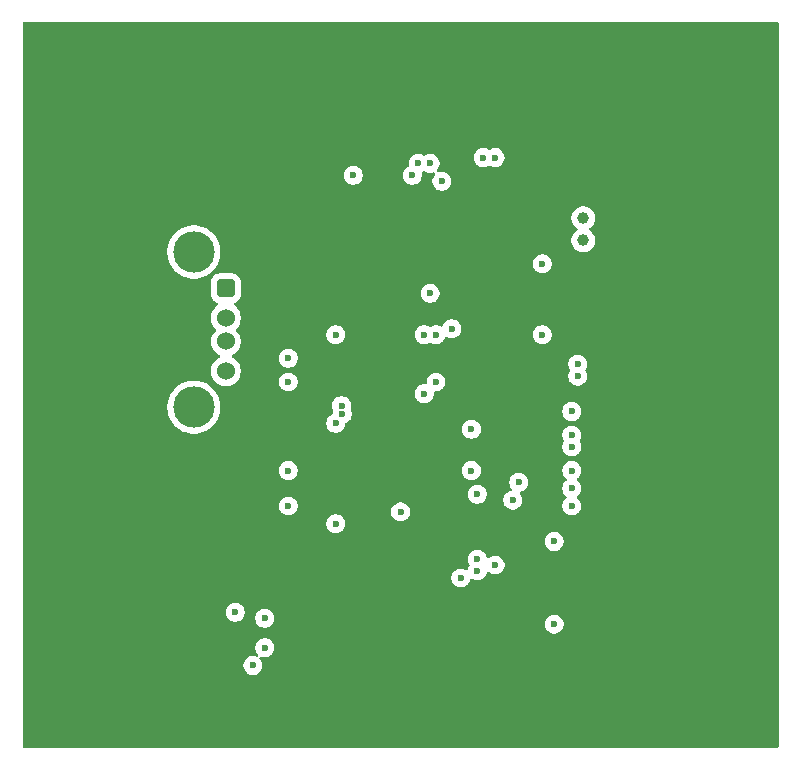
<source format=gbr>
%TF.GenerationSoftware,KiCad,Pcbnew,9.0.4*%
%TF.CreationDate,2025-10-12T20:17:52-04:00*%
%TF.ProjectId,Camera_PCB,43616d65-7261-45f5-9043-422e6b696361,rev?*%
%TF.SameCoordinates,Original*%
%TF.FileFunction,Copper,L2,Inr*%
%TF.FilePolarity,Positive*%
%FSLAX46Y46*%
G04 Gerber Fmt 4.6, Leading zero omitted, Abs format (unit mm)*
G04 Created by KiCad (PCBNEW 9.0.4) date 2025-10-12 20:17:52*
%MOMM*%
%LPD*%
G01*
G04 APERTURE LIST*
G04 Aperture macros list*
%AMRoundRect*
0 Rectangle with rounded corners*
0 $1 Rounding radius*
0 $2 $3 $4 $5 $6 $7 $8 $9 X,Y pos of 4 corners*
0 Add a 4 corners polygon primitive as box body*
4,1,4,$2,$3,$4,$5,$6,$7,$8,$9,$2,$3,0*
0 Add four circle primitives for the rounded corners*
1,1,$1+$1,$2,$3*
1,1,$1+$1,$4,$5*
1,1,$1+$1,$6,$7*
1,1,$1+$1,$8,$9*
0 Add four rect primitives between the rounded corners*
20,1,$1+$1,$2,$3,$4,$5,0*
20,1,$1+$1,$4,$5,$6,$7,0*
20,1,$1+$1,$6,$7,$8,$9,0*
20,1,$1+$1,$8,$9,$2,$3,0*%
G04 Aperture macros list end*
%TA.AperFunction,ComponentPad*%
%ADD10RoundRect,0.250000X-0.512000X0.512000X-0.512000X-0.512000X0.512000X-0.512000X0.512000X0.512000X0*%
%TD*%
%TA.AperFunction,ComponentPad*%
%ADD11C,1.524000*%
%TD*%
%TA.AperFunction,ComponentPad*%
%ADD12C,3.500000*%
%TD*%
%TA.AperFunction,ComponentPad*%
%ADD13C,1.000000*%
%TD*%
%TA.AperFunction,ViaPad*%
%ADD14C,0.600000*%
%TD*%
G04 APERTURE END LIST*
D10*
%TO.N,+5V*%
%TO.C,J2*%
X132710000Y-93570000D03*
D11*
%TO.N,USB_N*%
X132710000Y-96070000D03*
%TO.N,USB_P*%
X132710000Y-98070000D03*
%TO.N,GNDREF*%
X132710000Y-100570000D03*
D12*
X130000000Y-90500000D03*
X130000000Y-103640000D03*
%TD*%
D13*
%TO.N,X32KIN*%
%TO.C,Y2*%
X162960000Y-89520000D03*
%TO.N,X32KOUT*%
X162960000Y-87620000D03*
%TD*%
D14*
%TO.N,GNDREF*%
X151000000Y-84500000D03*
%TO.N,SDC0_D0*%
X154500000Y-82500000D03*
%TO.N,X24MOUT*%
X160500000Y-115000000D03*
X160500000Y-122000000D03*
%TO.N,SDC0_CMD*%
X150000000Y-94000000D03*
X150000000Y-83000000D03*
%TO.N,VDD*%
X151000000Y-82000000D03*
X143500000Y-82000000D03*
%TO.N,SDC0_D1*%
X149500000Y-102500000D03*
X155500000Y-82500000D03*
%TO.N,X32KOUT*%
X159500000Y-91500000D03*
X159500000Y-97500000D03*
%TO.N,SDC0_D3*%
X149000000Y-83000000D03*
X151819500Y-97000000D03*
%TO.N,SDC0_D0*%
X150500000Y-101500000D03*
%TO.N,SVREF*%
X154000000Y-111000000D03*
X135000000Y-125500000D03*
X154000000Y-116500000D03*
%TO.N,GNDREF*%
X143500000Y-84000000D03*
%TO.N,HPVCC*%
X147500000Y-112500000D03*
X138000000Y-99500000D03*
X138000000Y-109000000D03*
X142000000Y-113500000D03*
X138000000Y-101500000D03*
X138000000Y-112000000D03*
X153500000Y-105500000D03*
X157500000Y-110000000D03*
%TO.N,VDD-CPU*%
X136000000Y-121500000D03*
X152596836Y-118096836D03*
X149500000Y-97500000D03*
X142000000Y-97500000D03*
X136000000Y-124000000D03*
X154000000Y-117500000D03*
X142000000Y-105000000D03*
%TO.N,MCSI_D1_N*%
X162000000Y-107000000D03*
X162000000Y-109000000D03*
%TO.N,MCSI_D0_N*%
X162000000Y-110500000D03*
X162000000Y-112000000D03*
%TO.N,SZQ*%
X157000000Y-111500000D03*
X133500000Y-121000000D03*
%TO.N,SDC0_CLK*%
X148500000Y-84000000D03*
X150500000Y-97500000D03*
%TO.N,CSI-SCK*%
X142565267Y-104224067D03*
X162500000Y-101000000D03*
%TO.N,MCSI_CK_N*%
X162000000Y-106000000D03*
X162000000Y-104000000D03*
%TO.N,CSI_SDA*%
X142500000Y-103500000D03*
X162500000Y-100000000D03*
%TO.N,VCC-PLL*%
X153500000Y-109000000D03*
X155500000Y-117000000D03*
%TD*%
%TA.AperFunction,Conductor*%
%TO.N,VDD*%
G36*
X179443039Y-71019685D02*
G01*
X179488794Y-71072489D01*
X179500000Y-71124000D01*
X179500000Y-132376000D01*
X179480315Y-132443039D01*
X179427511Y-132488794D01*
X179376000Y-132500000D01*
X115624000Y-132500000D01*
X115556961Y-132480315D01*
X115511206Y-132427511D01*
X115500000Y-132376000D01*
X115500000Y-125421153D01*
X134199500Y-125421153D01*
X134199500Y-125578846D01*
X134230261Y-125733489D01*
X134230264Y-125733501D01*
X134290602Y-125879172D01*
X134290609Y-125879185D01*
X134378210Y-126010288D01*
X134378213Y-126010292D01*
X134489707Y-126121786D01*
X134489711Y-126121789D01*
X134620814Y-126209390D01*
X134620827Y-126209397D01*
X134766498Y-126269735D01*
X134766503Y-126269737D01*
X134921153Y-126300499D01*
X134921156Y-126300500D01*
X134921158Y-126300500D01*
X135078844Y-126300500D01*
X135078845Y-126300499D01*
X135233497Y-126269737D01*
X135379179Y-126209394D01*
X135510289Y-126121789D01*
X135621789Y-126010289D01*
X135709394Y-125879179D01*
X135769737Y-125733497D01*
X135800500Y-125578842D01*
X135800500Y-125421158D01*
X135800500Y-125421155D01*
X135800499Y-125421153D01*
X135769738Y-125266510D01*
X135769737Y-125266503D01*
X135769735Y-125266498D01*
X135709397Y-125120827D01*
X135709390Y-125120814D01*
X135621789Y-124989711D01*
X135621786Y-124989707D01*
X135584746Y-124952667D01*
X135551261Y-124891344D01*
X135556245Y-124821652D01*
X135598117Y-124765719D01*
X135663581Y-124741302D01*
X135719878Y-124750424D01*
X135766503Y-124769737D01*
X135921153Y-124800499D01*
X135921156Y-124800500D01*
X135921158Y-124800500D01*
X136078844Y-124800500D01*
X136078845Y-124800499D01*
X136233497Y-124769737D01*
X136379179Y-124709394D01*
X136510289Y-124621789D01*
X136621789Y-124510289D01*
X136709394Y-124379179D01*
X136769737Y-124233497D01*
X136800500Y-124078842D01*
X136800500Y-123921158D01*
X136800500Y-123921155D01*
X136800499Y-123921153D01*
X136769738Y-123766510D01*
X136769737Y-123766503D01*
X136769735Y-123766498D01*
X136709397Y-123620827D01*
X136709390Y-123620814D01*
X136621789Y-123489711D01*
X136621786Y-123489707D01*
X136510292Y-123378213D01*
X136510288Y-123378210D01*
X136379185Y-123290609D01*
X136379172Y-123290602D01*
X136233501Y-123230264D01*
X136233489Y-123230261D01*
X136078845Y-123199500D01*
X136078842Y-123199500D01*
X135921158Y-123199500D01*
X135921155Y-123199500D01*
X135766510Y-123230261D01*
X135766498Y-123230264D01*
X135620827Y-123290602D01*
X135620814Y-123290609D01*
X135489711Y-123378210D01*
X135489707Y-123378213D01*
X135378213Y-123489707D01*
X135378210Y-123489711D01*
X135290609Y-123620814D01*
X135290602Y-123620827D01*
X135230264Y-123766498D01*
X135230261Y-123766510D01*
X135199500Y-123921153D01*
X135199500Y-124078846D01*
X135230261Y-124233489D01*
X135230264Y-124233501D01*
X135290602Y-124379172D01*
X135290609Y-124379185D01*
X135378210Y-124510288D01*
X135378213Y-124510292D01*
X135415253Y-124547332D01*
X135448738Y-124608655D01*
X135443754Y-124678347D01*
X135401882Y-124734280D01*
X135336418Y-124758697D01*
X135280121Y-124749575D01*
X135233497Y-124730263D01*
X135233492Y-124730262D01*
X135233489Y-124730261D01*
X135078845Y-124699500D01*
X135078842Y-124699500D01*
X134921158Y-124699500D01*
X134921155Y-124699500D01*
X134766510Y-124730261D01*
X134766498Y-124730264D01*
X134620827Y-124790602D01*
X134620814Y-124790609D01*
X134489711Y-124878210D01*
X134489707Y-124878213D01*
X134378213Y-124989707D01*
X134378210Y-124989711D01*
X134290609Y-125120814D01*
X134290602Y-125120827D01*
X134230264Y-125266498D01*
X134230261Y-125266510D01*
X134199500Y-125421153D01*
X115500000Y-125421153D01*
X115500000Y-120921153D01*
X132699500Y-120921153D01*
X132699500Y-121078846D01*
X132730261Y-121233489D01*
X132730264Y-121233501D01*
X132790602Y-121379172D01*
X132790609Y-121379185D01*
X132878210Y-121510288D01*
X132878213Y-121510292D01*
X132989707Y-121621786D01*
X132989711Y-121621789D01*
X133120814Y-121709390D01*
X133120827Y-121709397D01*
X133258683Y-121766498D01*
X133266503Y-121769737D01*
X133421153Y-121800499D01*
X133421156Y-121800500D01*
X133421158Y-121800500D01*
X133578844Y-121800500D01*
X133578845Y-121800499D01*
X133733497Y-121769737D01*
X133879179Y-121709394D01*
X134010289Y-121621789D01*
X134121789Y-121510289D01*
X134181348Y-121421153D01*
X135199500Y-121421153D01*
X135199500Y-121578846D01*
X135230261Y-121733489D01*
X135230264Y-121733501D01*
X135290602Y-121879172D01*
X135290609Y-121879185D01*
X135378210Y-122010288D01*
X135378213Y-122010292D01*
X135489707Y-122121786D01*
X135489711Y-122121789D01*
X135620814Y-122209390D01*
X135620827Y-122209397D01*
X135766498Y-122269735D01*
X135766503Y-122269737D01*
X135921153Y-122300499D01*
X135921156Y-122300500D01*
X135921158Y-122300500D01*
X136078844Y-122300500D01*
X136078845Y-122300499D01*
X136233497Y-122269737D01*
X136379179Y-122209394D01*
X136510289Y-122121789D01*
X136621789Y-122010289D01*
X136681348Y-121921153D01*
X159699500Y-121921153D01*
X159699500Y-122078846D01*
X159730261Y-122233489D01*
X159730264Y-122233501D01*
X159790602Y-122379172D01*
X159790609Y-122379185D01*
X159878210Y-122510288D01*
X159878213Y-122510292D01*
X159989707Y-122621786D01*
X159989711Y-122621789D01*
X160120814Y-122709390D01*
X160120827Y-122709397D01*
X160266498Y-122769735D01*
X160266503Y-122769737D01*
X160421153Y-122800499D01*
X160421156Y-122800500D01*
X160421158Y-122800500D01*
X160578844Y-122800500D01*
X160578845Y-122800499D01*
X160733497Y-122769737D01*
X160879179Y-122709394D01*
X161010289Y-122621789D01*
X161121789Y-122510289D01*
X161209394Y-122379179D01*
X161269737Y-122233497D01*
X161300500Y-122078842D01*
X161300500Y-121921158D01*
X161300500Y-121921155D01*
X161300499Y-121921153D01*
X161269738Y-121766510D01*
X161269737Y-121766503D01*
X161209794Y-121621786D01*
X161209397Y-121620827D01*
X161209390Y-121620814D01*
X161121789Y-121489711D01*
X161121786Y-121489707D01*
X161010292Y-121378213D01*
X161010288Y-121378210D01*
X160879185Y-121290609D01*
X160879172Y-121290602D01*
X160733501Y-121230264D01*
X160733489Y-121230261D01*
X160578845Y-121199500D01*
X160578842Y-121199500D01*
X160421158Y-121199500D01*
X160421155Y-121199500D01*
X160266510Y-121230261D01*
X160266498Y-121230264D01*
X160120827Y-121290602D01*
X160120814Y-121290609D01*
X159989711Y-121378210D01*
X159989707Y-121378213D01*
X159878213Y-121489707D01*
X159878210Y-121489711D01*
X159790609Y-121620814D01*
X159790602Y-121620827D01*
X159730264Y-121766498D01*
X159730261Y-121766510D01*
X159699500Y-121921153D01*
X136681348Y-121921153D01*
X136709394Y-121879179D01*
X136769737Y-121733497D01*
X136800500Y-121578842D01*
X136800500Y-121421158D01*
X136800500Y-121421155D01*
X136800499Y-121421153D01*
X136774531Y-121290606D01*
X136769737Y-121266503D01*
X136756062Y-121233489D01*
X136709397Y-121120827D01*
X136709390Y-121120814D01*
X136621789Y-120989711D01*
X136621786Y-120989707D01*
X136510292Y-120878213D01*
X136510288Y-120878210D01*
X136379185Y-120790609D01*
X136379172Y-120790602D01*
X136233501Y-120730264D01*
X136233489Y-120730261D01*
X136078845Y-120699500D01*
X136078842Y-120699500D01*
X135921158Y-120699500D01*
X135921155Y-120699500D01*
X135766510Y-120730261D01*
X135766498Y-120730264D01*
X135620827Y-120790602D01*
X135620814Y-120790609D01*
X135489711Y-120878210D01*
X135489707Y-120878213D01*
X135378213Y-120989707D01*
X135378210Y-120989711D01*
X135290609Y-121120814D01*
X135290602Y-121120827D01*
X135230264Y-121266498D01*
X135230261Y-121266510D01*
X135199500Y-121421153D01*
X134181348Y-121421153D01*
X134209394Y-121379179D01*
X134269737Y-121233497D01*
X134300500Y-121078842D01*
X134300500Y-120921158D01*
X134300500Y-120921155D01*
X134300499Y-120921153D01*
X134274531Y-120790606D01*
X134269737Y-120766503D01*
X134269735Y-120766498D01*
X134209397Y-120620827D01*
X134209390Y-120620814D01*
X134121789Y-120489711D01*
X134121786Y-120489707D01*
X134010292Y-120378213D01*
X134010288Y-120378210D01*
X133879185Y-120290609D01*
X133879172Y-120290602D01*
X133733501Y-120230264D01*
X133733489Y-120230261D01*
X133578845Y-120199500D01*
X133578842Y-120199500D01*
X133421158Y-120199500D01*
X133421155Y-120199500D01*
X133266510Y-120230261D01*
X133266498Y-120230264D01*
X133120827Y-120290602D01*
X133120814Y-120290609D01*
X132989711Y-120378210D01*
X132989707Y-120378213D01*
X132878213Y-120489707D01*
X132878210Y-120489711D01*
X132790609Y-120620814D01*
X132790602Y-120620827D01*
X132730264Y-120766498D01*
X132730261Y-120766510D01*
X132699500Y-120921153D01*
X115500000Y-120921153D01*
X115500000Y-118017989D01*
X151796336Y-118017989D01*
X151796336Y-118175682D01*
X151827097Y-118330325D01*
X151827100Y-118330337D01*
X151887438Y-118476008D01*
X151887445Y-118476021D01*
X151975046Y-118607124D01*
X151975049Y-118607128D01*
X152086543Y-118718622D01*
X152086547Y-118718625D01*
X152217650Y-118806226D01*
X152217663Y-118806233D01*
X152363334Y-118866571D01*
X152363339Y-118866573D01*
X152517989Y-118897335D01*
X152517992Y-118897336D01*
X152517994Y-118897336D01*
X152675680Y-118897336D01*
X152675681Y-118897335D01*
X152830333Y-118866573D01*
X152976015Y-118806230D01*
X153107125Y-118718625D01*
X153218625Y-118607125D01*
X153306230Y-118476015D01*
X153366573Y-118330333D01*
X153381430Y-118255643D01*
X153413814Y-118193732D01*
X153474530Y-118159158D01*
X153544300Y-118162897D01*
X153571938Y-118176732D01*
X153620814Y-118209390D01*
X153620827Y-118209397D01*
X153766498Y-118269735D01*
X153766503Y-118269737D01*
X153921153Y-118300499D01*
X153921156Y-118300500D01*
X153921158Y-118300500D01*
X154078844Y-118300500D01*
X154078845Y-118300499D01*
X154233497Y-118269737D01*
X154379179Y-118209394D01*
X154510289Y-118121789D01*
X154621789Y-118010289D01*
X154709394Y-117879179D01*
X154769737Y-117733497D01*
X154779508Y-117684373D01*
X154811892Y-117622464D01*
X154872607Y-117587890D01*
X154942377Y-117591629D01*
X154984696Y-117618295D01*
X154985001Y-117617924D01*
X154987957Y-117620350D01*
X154988806Y-117620885D01*
X154989707Y-117621786D01*
X154989711Y-117621789D01*
X155120814Y-117709390D01*
X155120827Y-117709397D01*
X155266498Y-117769735D01*
X155266503Y-117769737D01*
X155421153Y-117800499D01*
X155421156Y-117800500D01*
X155421158Y-117800500D01*
X155578844Y-117800500D01*
X155578845Y-117800499D01*
X155733497Y-117769737D01*
X155879179Y-117709394D01*
X156010289Y-117621789D01*
X156121789Y-117510289D01*
X156209394Y-117379179D01*
X156269737Y-117233497D01*
X156300500Y-117078842D01*
X156300500Y-116921158D01*
X156300500Y-116921155D01*
X156300499Y-116921153D01*
X156269738Y-116766510D01*
X156269737Y-116766503D01*
X156256062Y-116733489D01*
X156209397Y-116620827D01*
X156209390Y-116620814D01*
X156121789Y-116489711D01*
X156121786Y-116489707D01*
X156010292Y-116378213D01*
X156010288Y-116378210D01*
X155879185Y-116290609D01*
X155879172Y-116290602D01*
X155733501Y-116230264D01*
X155733489Y-116230261D01*
X155578845Y-116199500D01*
X155578842Y-116199500D01*
X155421158Y-116199500D01*
X155421155Y-116199500D01*
X155266510Y-116230261D01*
X155266498Y-116230264D01*
X155120827Y-116290602D01*
X155120814Y-116290609D01*
X154989711Y-116378210D01*
X154989708Y-116378212D01*
X154988798Y-116379123D01*
X154988204Y-116379446D01*
X154985001Y-116382076D01*
X154984502Y-116381468D01*
X154927471Y-116412602D01*
X154857780Y-116407611D01*
X154801851Y-116365734D01*
X154779508Y-116315624D01*
X154769738Y-116266509D01*
X154769737Y-116266503D01*
X154769735Y-116266498D01*
X154709397Y-116120827D01*
X154709390Y-116120814D01*
X154621789Y-115989711D01*
X154621786Y-115989707D01*
X154510292Y-115878213D01*
X154510288Y-115878210D01*
X154379185Y-115790609D01*
X154379172Y-115790602D01*
X154233501Y-115730264D01*
X154233489Y-115730261D01*
X154078845Y-115699500D01*
X154078842Y-115699500D01*
X153921158Y-115699500D01*
X153921155Y-115699500D01*
X153766510Y-115730261D01*
X153766498Y-115730264D01*
X153620827Y-115790602D01*
X153620814Y-115790609D01*
X153489711Y-115878210D01*
X153489707Y-115878213D01*
X153378213Y-115989707D01*
X153378210Y-115989711D01*
X153290609Y-116120814D01*
X153290602Y-116120827D01*
X153230264Y-116266498D01*
X153230261Y-116266510D01*
X153199500Y-116421153D01*
X153199500Y-116578846D01*
X153230261Y-116733489D01*
X153230264Y-116733501D01*
X153290602Y-116879172D01*
X153290609Y-116879185D01*
X153325304Y-116931109D01*
X153346182Y-116997786D01*
X153327698Y-117065167D01*
X153325304Y-117068891D01*
X153290609Y-117120814D01*
X153290602Y-117120827D01*
X153230264Y-117266498D01*
X153230262Y-117266507D01*
X153215405Y-117341194D01*
X153183019Y-117403104D01*
X153122303Y-117437678D01*
X153052534Y-117433937D01*
X153024898Y-117420103D01*
X152976026Y-117387448D01*
X152976008Y-117387438D01*
X152830337Y-117327100D01*
X152830325Y-117327097D01*
X152675681Y-117296336D01*
X152675678Y-117296336D01*
X152517994Y-117296336D01*
X152517991Y-117296336D01*
X152363346Y-117327097D01*
X152363334Y-117327100D01*
X152217663Y-117387438D01*
X152217650Y-117387445D01*
X152086547Y-117475046D01*
X152086543Y-117475049D01*
X151975049Y-117586543D01*
X151975046Y-117586547D01*
X151887445Y-117717650D01*
X151887438Y-117717663D01*
X151827100Y-117863334D01*
X151827097Y-117863346D01*
X151796336Y-118017989D01*
X115500000Y-118017989D01*
X115500000Y-114921153D01*
X159699500Y-114921153D01*
X159699500Y-115078846D01*
X159730261Y-115233489D01*
X159730264Y-115233501D01*
X159790602Y-115379172D01*
X159790609Y-115379185D01*
X159878210Y-115510288D01*
X159878213Y-115510292D01*
X159989707Y-115621786D01*
X159989711Y-115621789D01*
X160120814Y-115709390D01*
X160120827Y-115709397D01*
X160266498Y-115769735D01*
X160266503Y-115769737D01*
X160421153Y-115800499D01*
X160421156Y-115800500D01*
X160421158Y-115800500D01*
X160578844Y-115800500D01*
X160578845Y-115800499D01*
X160733497Y-115769737D01*
X160879179Y-115709394D01*
X161010289Y-115621789D01*
X161121789Y-115510289D01*
X161209394Y-115379179D01*
X161269737Y-115233497D01*
X161300500Y-115078842D01*
X161300500Y-114921158D01*
X161300500Y-114921155D01*
X161300499Y-114921153D01*
X161269738Y-114766510D01*
X161269737Y-114766503D01*
X161269735Y-114766498D01*
X161209397Y-114620827D01*
X161209390Y-114620814D01*
X161121789Y-114489711D01*
X161121786Y-114489707D01*
X161010292Y-114378213D01*
X161010288Y-114378210D01*
X160879185Y-114290609D01*
X160879172Y-114290602D01*
X160733501Y-114230264D01*
X160733489Y-114230261D01*
X160578845Y-114199500D01*
X160578842Y-114199500D01*
X160421158Y-114199500D01*
X160421155Y-114199500D01*
X160266510Y-114230261D01*
X160266498Y-114230264D01*
X160120827Y-114290602D01*
X160120814Y-114290609D01*
X159989711Y-114378210D01*
X159989707Y-114378213D01*
X159878213Y-114489707D01*
X159878210Y-114489711D01*
X159790609Y-114620814D01*
X159790602Y-114620827D01*
X159730264Y-114766498D01*
X159730261Y-114766510D01*
X159699500Y-114921153D01*
X115500000Y-114921153D01*
X115500000Y-113421153D01*
X141199500Y-113421153D01*
X141199500Y-113578846D01*
X141230261Y-113733489D01*
X141230264Y-113733501D01*
X141290602Y-113879172D01*
X141290609Y-113879185D01*
X141378210Y-114010288D01*
X141378213Y-114010292D01*
X141489707Y-114121786D01*
X141489711Y-114121789D01*
X141620814Y-114209390D01*
X141620827Y-114209397D01*
X141766498Y-114269735D01*
X141766503Y-114269737D01*
X141921153Y-114300499D01*
X141921156Y-114300500D01*
X141921158Y-114300500D01*
X142078844Y-114300500D01*
X142078845Y-114300499D01*
X142233497Y-114269737D01*
X142379179Y-114209394D01*
X142510289Y-114121789D01*
X142621789Y-114010289D01*
X142709394Y-113879179D01*
X142769737Y-113733497D01*
X142800500Y-113578842D01*
X142800500Y-113421158D01*
X142800500Y-113421155D01*
X142800499Y-113421153D01*
X142769738Y-113266510D01*
X142769737Y-113266503D01*
X142709794Y-113121786D01*
X142709397Y-113120827D01*
X142709390Y-113120814D01*
X142621789Y-112989711D01*
X142621786Y-112989707D01*
X142510292Y-112878213D01*
X142510288Y-112878210D01*
X142379185Y-112790609D01*
X142379172Y-112790602D01*
X142233501Y-112730264D01*
X142233489Y-112730261D01*
X142078845Y-112699500D01*
X142078842Y-112699500D01*
X141921158Y-112699500D01*
X141921155Y-112699500D01*
X141766510Y-112730261D01*
X141766498Y-112730264D01*
X141620827Y-112790602D01*
X141620814Y-112790609D01*
X141489711Y-112878210D01*
X141489707Y-112878213D01*
X141378213Y-112989707D01*
X141378210Y-112989711D01*
X141290609Y-113120814D01*
X141290602Y-113120827D01*
X141230264Y-113266498D01*
X141230261Y-113266510D01*
X141199500Y-113421153D01*
X115500000Y-113421153D01*
X115500000Y-111921153D01*
X137199500Y-111921153D01*
X137199500Y-112078846D01*
X137230261Y-112233489D01*
X137230264Y-112233501D01*
X137290602Y-112379172D01*
X137290609Y-112379185D01*
X137378210Y-112510288D01*
X137378213Y-112510292D01*
X137489707Y-112621786D01*
X137489711Y-112621789D01*
X137620814Y-112709390D01*
X137620827Y-112709397D01*
X137766498Y-112769735D01*
X137766503Y-112769737D01*
X137921153Y-112800499D01*
X137921156Y-112800500D01*
X137921158Y-112800500D01*
X138078844Y-112800500D01*
X138078845Y-112800499D01*
X138233497Y-112769737D01*
X138379179Y-112709394D01*
X138510289Y-112621789D01*
X138621789Y-112510289D01*
X138681348Y-112421153D01*
X146699500Y-112421153D01*
X146699500Y-112578846D01*
X146730261Y-112733489D01*
X146730264Y-112733501D01*
X146790602Y-112879172D01*
X146790609Y-112879185D01*
X146878210Y-113010288D01*
X146878213Y-113010292D01*
X146989707Y-113121786D01*
X146989711Y-113121789D01*
X147120814Y-113209390D01*
X147120827Y-113209397D01*
X147258683Y-113266498D01*
X147266503Y-113269737D01*
X147421153Y-113300499D01*
X147421156Y-113300500D01*
X147421158Y-113300500D01*
X147578844Y-113300500D01*
X147578845Y-113300499D01*
X147733497Y-113269737D01*
X147879179Y-113209394D01*
X148010289Y-113121789D01*
X148121789Y-113010289D01*
X148209394Y-112879179D01*
X148269737Y-112733497D01*
X148300500Y-112578842D01*
X148300500Y-112421158D01*
X148300500Y-112421155D01*
X148300499Y-112421153D01*
X148269738Y-112266510D01*
X148269737Y-112266503D01*
X148209794Y-112121786D01*
X148209397Y-112120827D01*
X148209390Y-112120814D01*
X148121789Y-111989711D01*
X148121786Y-111989707D01*
X148010292Y-111878213D01*
X148010288Y-111878210D01*
X147879185Y-111790609D01*
X147879172Y-111790602D01*
X147733501Y-111730264D01*
X147733489Y-111730261D01*
X147578845Y-111699500D01*
X147578842Y-111699500D01*
X147421158Y-111699500D01*
X147421155Y-111699500D01*
X147266510Y-111730261D01*
X147266498Y-111730264D01*
X147120827Y-111790602D01*
X147120814Y-111790609D01*
X146989711Y-111878210D01*
X146989707Y-111878213D01*
X146878213Y-111989707D01*
X146878210Y-111989711D01*
X146790609Y-112120814D01*
X146790602Y-112120827D01*
X146730264Y-112266498D01*
X146730261Y-112266510D01*
X146699500Y-112421153D01*
X138681348Y-112421153D01*
X138709394Y-112379179D01*
X138769737Y-112233497D01*
X138800500Y-112078842D01*
X138800500Y-111921158D01*
X138800500Y-111921155D01*
X138800499Y-111921153D01*
X138774531Y-111790606D01*
X138769737Y-111766503D01*
X138756062Y-111733489D01*
X138709397Y-111620827D01*
X138709390Y-111620814D01*
X138621789Y-111489711D01*
X138621786Y-111489707D01*
X138510292Y-111378213D01*
X138510288Y-111378210D01*
X138379185Y-111290609D01*
X138379172Y-111290602D01*
X138233501Y-111230264D01*
X138233489Y-111230261D01*
X138078845Y-111199500D01*
X138078842Y-111199500D01*
X137921158Y-111199500D01*
X137921155Y-111199500D01*
X137766510Y-111230261D01*
X137766498Y-111230264D01*
X137620827Y-111290602D01*
X137620814Y-111290609D01*
X137489711Y-111378210D01*
X137489707Y-111378213D01*
X137378213Y-111489707D01*
X137378210Y-111489711D01*
X137290609Y-111620814D01*
X137290602Y-111620827D01*
X137230264Y-111766498D01*
X137230261Y-111766510D01*
X137199500Y-111921153D01*
X115500000Y-111921153D01*
X115500000Y-110921153D01*
X153199500Y-110921153D01*
X153199500Y-111078846D01*
X153230261Y-111233489D01*
X153230264Y-111233501D01*
X153290602Y-111379172D01*
X153290609Y-111379185D01*
X153378210Y-111510288D01*
X153378213Y-111510292D01*
X153489707Y-111621786D01*
X153489711Y-111621789D01*
X153620814Y-111709390D01*
X153620827Y-111709397D01*
X153758683Y-111766498D01*
X153766503Y-111769737D01*
X153921153Y-111800499D01*
X153921156Y-111800500D01*
X153921158Y-111800500D01*
X154078844Y-111800500D01*
X154078845Y-111800499D01*
X154233497Y-111769737D01*
X154379179Y-111709394D01*
X154510289Y-111621789D01*
X154621789Y-111510289D01*
X154681348Y-111421153D01*
X156199500Y-111421153D01*
X156199500Y-111578846D01*
X156230261Y-111733489D01*
X156230264Y-111733501D01*
X156290602Y-111879172D01*
X156290609Y-111879185D01*
X156378210Y-112010288D01*
X156378213Y-112010292D01*
X156489707Y-112121786D01*
X156489711Y-112121789D01*
X156620814Y-112209390D01*
X156620827Y-112209397D01*
X156758683Y-112266498D01*
X156766503Y-112269737D01*
X156921153Y-112300499D01*
X156921156Y-112300500D01*
X156921158Y-112300500D01*
X157078844Y-112300500D01*
X157078845Y-112300499D01*
X157233497Y-112269737D01*
X157379179Y-112209394D01*
X157510289Y-112121789D01*
X157621789Y-112010289D01*
X157709394Y-111879179D01*
X157769737Y-111733497D01*
X157800500Y-111578842D01*
X157800500Y-111421158D01*
X157800500Y-111421155D01*
X157800499Y-111421153D01*
X157782937Y-111332863D01*
X157769737Y-111266503D01*
X157756062Y-111233489D01*
X157709397Y-111120827D01*
X157709390Y-111120814D01*
X157621789Y-110989711D01*
X157621786Y-110989707D01*
X157620885Y-110988806D01*
X157620563Y-110988217D01*
X157617924Y-110985001D01*
X157618533Y-110984500D01*
X157587400Y-110927483D01*
X157592384Y-110857791D01*
X157634256Y-110801858D01*
X157684372Y-110779508D01*
X157733497Y-110769737D01*
X157879179Y-110709394D01*
X158010289Y-110621789D01*
X158121789Y-110510289D01*
X158209394Y-110379179D01*
X158269737Y-110233497D01*
X158300500Y-110078842D01*
X158300500Y-109921158D01*
X158300500Y-109921155D01*
X158300499Y-109921153D01*
X158276499Y-109800499D01*
X158269737Y-109766503D01*
X158262901Y-109750000D01*
X158209397Y-109620827D01*
X158209390Y-109620814D01*
X158121789Y-109489711D01*
X158121786Y-109489707D01*
X158010292Y-109378213D01*
X158010288Y-109378210D01*
X157879185Y-109290609D01*
X157879172Y-109290602D01*
X157733501Y-109230264D01*
X157733489Y-109230261D01*
X157578845Y-109199500D01*
X157578842Y-109199500D01*
X157421158Y-109199500D01*
X157421155Y-109199500D01*
X157266510Y-109230261D01*
X157266498Y-109230264D01*
X157120827Y-109290602D01*
X157120814Y-109290609D01*
X156989711Y-109378210D01*
X156989707Y-109378213D01*
X156878213Y-109489707D01*
X156878210Y-109489711D01*
X156790609Y-109620814D01*
X156790602Y-109620827D01*
X156730264Y-109766498D01*
X156730261Y-109766510D01*
X156699500Y-109921153D01*
X156699500Y-110078846D01*
X156730261Y-110233489D01*
X156730264Y-110233501D01*
X156790602Y-110379172D01*
X156790609Y-110379185D01*
X156878210Y-110510288D01*
X156878213Y-110510292D01*
X156879114Y-110511193D01*
X156879435Y-110511780D01*
X156882076Y-110514999D01*
X156881465Y-110515499D01*
X156912599Y-110572516D01*
X156907615Y-110642208D01*
X156865743Y-110698141D01*
X156815626Y-110720491D01*
X156766507Y-110730261D01*
X156766498Y-110730264D01*
X156620827Y-110790602D01*
X156620814Y-110790609D01*
X156489711Y-110878210D01*
X156489707Y-110878213D01*
X156378213Y-110989707D01*
X156378210Y-110989711D01*
X156290609Y-111120814D01*
X156290602Y-111120827D01*
X156230264Y-111266498D01*
X156230261Y-111266510D01*
X156199500Y-111421153D01*
X154681348Y-111421153D01*
X154709394Y-111379179D01*
X154769737Y-111233497D01*
X154800500Y-111078842D01*
X154800500Y-110921158D01*
X154800500Y-110921155D01*
X154800499Y-110921153D01*
X154787895Y-110857791D01*
X154769737Y-110766503D01*
X154756062Y-110733489D01*
X154709397Y-110620827D01*
X154709390Y-110620814D01*
X154621789Y-110489711D01*
X154621786Y-110489707D01*
X154510292Y-110378213D01*
X154510288Y-110378210D01*
X154379185Y-110290609D01*
X154379172Y-110290602D01*
X154233501Y-110230264D01*
X154233489Y-110230261D01*
X154078845Y-110199500D01*
X154078842Y-110199500D01*
X153921158Y-110199500D01*
X153921155Y-110199500D01*
X153766510Y-110230261D01*
X153766498Y-110230264D01*
X153620827Y-110290602D01*
X153620814Y-110290609D01*
X153489711Y-110378210D01*
X153489707Y-110378213D01*
X153378213Y-110489707D01*
X153378210Y-110489711D01*
X153290609Y-110620814D01*
X153290602Y-110620827D01*
X153230264Y-110766498D01*
X153230261Y-110766510D01*
X153199500Y-110921153D01*
X115500000Y-110921153D01*
X115500000Y-108921153D01*
X137199500Y-108921153D01*
X137199500Y-109078846D01*
X137230261Y-109233489D01*
X137230264Y-109233501D01*
X137290602Y-109379172D01*
X137290609Y-109379185D01*
X137378210Y-109510288D01*
X137378213Y-109510292D01*
X137489707Y-109621786D01*
X137489711Y-109621789D01*
X137620814Y-109709390D01*
X137620827Y-109709397D01*
X137718853Y-109750000D01*
X137766503Y-109769737D01*
X137921153Y-109800499D01*
X137921156Y-109800500D01*
X137921158Y-109800500D01*
X138078844Y-109800500D01*
X138078845Y-109800499D01*
X138233497Y-109769737D01*
X138379179Y-109709394D01*
X138510289Y-109621789D01*
X138621789Y-109510289D01*
X138709394Y-109379179D01*
X138769737Y-109233497D01*
X138800500Y-109078842D01*
X138800500Y-108921158D01*
X138800500Y-108921155D01*
X138800499Y-108921153D01*
X152699500Y-108921153D01*
X152699500Y-109078846D01*
X152730261Y-109233489D01*
X152730264Y-109233501D01*
X152790602Y-109379172D01*
X152790609Y-109379185D01*
X152878210Y-109510288D01*
X152878213Y-109510292D01*
X152989707Y-109621786D01*
X152989711Y-109621789D01*
X153120814Y-109709390D01*
X153120827Y-109709397D01*
X153218853Y-109750000D01*
X153266503Y-109769737D01*
X153421153Y-109800499D01*
X153421156Y-109800500D01*
X153421158Y-109800500D01*
X153578844Y-109800500D01*
X153578845Y-109800499D01*
X153733497Y-109769737D01*
X153879179Y-109709394D01*
X154010289Y-109621789D01*
X154121789Y-109510289D01*
X154209394Y-109379179D01*
X154269737Y-109233497D01*
X154300500Y-109078842D01*
X154300500Y-108921158D01*
X154300500Y-108921155D01*
X154300499Y-108921153D01*
X161199500Y-108921153D01*
X161199500Y-109078846D01*
X161230261Y-109233489D01*
X161230264Y-109233501D01*
X161290602Y-109379172D01*
X161290609Y-109379185D01*
X161378210Y-109510288D01*
X161378213Y-109510292D01*
X161489707Y-109621786D01*
X161489710Y-109621788D01*
X161489711Y-109621789D01*
X161515219Y-109638833D01*
X161527289Y-109646898D01*
X161572093Y-109700511D01*
X161580800Y-109769836D01*
X161550645Y-109832863D01*
X161527289Y-109853102D01*
X161489707Y-109878213D01*
X161378213Y-109989707D01*
X161378210Y-109989711D01*
X161290609Y-110120814D01*
X161290602Y-110120827D01*
X161230264Y-110266498D01*
X161230261Y-110266510D01*
X161199500Y-110421153D01*
X161199500Y-110578846D01*
X161230261Y-110733489D01*
X161230264Y-110733501D01*
X161290602Y-110879172D01*
X161290609Y-110879185D01*
X161378210Y-111010288D01*
X161378213Y-111010292D01*
X161489707Y-111121786D01*
X161489710Y-111121788D01*
X161489711Y-111121789D01*
X161515219Y-111138833D01*
X161527289Y-111146898D01*
X161572093Y-111200511D01*
X161580800Y-111269836D01*
X161550645Y-111332863D01*
X161527289Y-111353102D01*
X161489707Y-111378213D01*
X161378213Y-111489707D01*
X161378210Y-111489711D01*
X161290609Y-111620814D01*
X161290602Y-111620827D01*
X161230264Y-111766498D01*
X161230261Y-111766510D01*
X161199500Y-111921153D01*
X161199500Y-112078846D01*
X161230261Y-112233489D01*
X161230264Y-112233501D01*
X161290602Y-112379172D01*
X161290609Y-112379185D01*
X161378210Y-112510288D01*
X161378213Y-112510292D01*
X161489707Y-112621786D01*
X161489711Y-112621789D01*
X161620814Y-112709390D01*
X161620827Y-112709397D01*
X161766498Y-112769735D01*
X161766503Y-112769737D01*
X161921153Y-112800499D01*
X161921156Y-112800500D01*
X161921158Y-112800500D01*
X162078844Y-112800500D01*
X162078845Y-112800499D01*
X162233497Y-112769737D01*
X162379179Y-112709394D01*
X162510289Y-112621789D01*
X162621789Y-112510289D01*
X162709394Y-112379179D01*
X162769737Y-112233497D01*
X162800500Y-112078842D01*
X162800500Y-111921158D01*
X162800500Y-111921155D01*
X162800499Y-111921153D01*
X162774531Y-111790606D01*
X162769737Y-111766503D01*
X162756062Y-111733489D01*
X162709397Y-111620827D01*
X162709390Y-111620814D01*
X162621789Y-111489711D01*
X162621786Y-111489707D01*
X162510292Y-111378213D01*
X162510284Y-111378207D01*
X162472712Y-111353102D01*
X162427906Y-111299490D01*
X162419199Y-111230165D01*
X162449353Y-111167138D01*
X162472712Y-111146898D01*
X162499279Y-111129145D01*
X162510289Y-111121789D01*
X162621789Y-111010289D01*
X162709394Y-110879179D01*
X162769737Y-110733497D01*
X162800500Y-110578842D01*
X162800500Y-110421158D01*
X162800500Y-110421155D01*
X162800499Y-110421153D01*
X162774531Y-110290606D01*
X162769737Y-110266503D01*
X162756062Y-110233489D01*
X162709397Y-110120827D01*
X162709390Y-110120814D01*
X162621789Y-109989711D01*
X162621786Y-109989707D01*
X162510292Y-109878213D01*
X162510284Y-109878207D01*
X162472712Y-109853102D01*
X162427906Y-109799490D01*
X162419199Y-109730165D01*
X162449353Y-109667138D01*
X162472712Y-109646898D01*
X162499279Y-109629145D01*
X162510289Y-109621789D01*
X162621789Y-109510289D01*
X162709394Y-109379179D01*
X162769737Y-109233497D01*
X162800500Y-109078842D01*
X162800500Y-108921158D01*
X162800500Y-108921155D01*
X162800499Y-108921153D01*
X162769738Y-108766510D01*
X162769737Y-108766503D01*
X162769735Y-108766498D01*
X162709397Y-108620827D01*
X162709390Y-108620814D01*
X162621789Y-108489711D01*
X162621786Y-108489707D01*
X162510292Y-108378213D01*
X162510288Y-108378210D01*
X162379185Y-108290609D01*
X162379172Y-108290602D01*
X162233501Y-108230264D01*
X162233489Y-108230261D01*
X162078845Y-108199500D01*
X162078842Y-108199500D01*
X161921158Y-108199500D01*
X161921155Y-108199500D01*
X161766510Y-108230261D01*
X161766498Y-108230264D01*
X161620827Y-108290602D01*
X161620814Y-108290609D01*
X161489711Y-108378210D01*
X161489707Y-108378213D01*
X161378213Y-108489707D01*
X161378210Y-108489711D01*
X161290609Y-108620814D01*
X161290602Y-108620827D01*
X161230264Y-108766498D01*
X161230261Y-108766510D01*
X161199500Y-108921153D01*
X154300499Y-108921153D01*
X154269738Y-108766510D01*
X154269737Y-108766503D01*
X154269735Y-108766498D01*
X154209397Y-108620827D01*
X154209390Y-108620814D01*
X154121789Y-108489711D01*
X154121786Y-108489707D01*
X154010292Y-108378213D01*
X154010288Y-108378210D01*
X153879185Y-108290609D01*
X153879172Y-108290602D01*
X153733501Y-108230264D01*
X153733489Y-108230261D01*
X153578845Y-108199500D01*
X153578842Y-108199500D01*
X153421158Y-108199500D01*
X153421155Y-108199500D01*
X153266510Y-108230261D01*
X153266498Y-108230264D01*
X153120827Y-108290602D01*
X153120814Y-108290609D01*
X152989711Y-108378210D01*
X152989707Y-108378213D01*
X152878213Y-108489707D01*
X152878210Y-108489711D01*
X152790609Y-108620814D01*
X152790602Y-108620827D01*
X152730264Y-108766498D01*
X152730261Y-108766510D01*
X152699500Y-108921153D01*
X138800499Y-108921153D01*
X138769738Y-108766510D01*
X138769737Y-108766503D01*
X138769735Y-108766498D01*
X138709397Y-108620827D01*
X138709390Y-108620814D01*
X138621789Y-108489711D01*
X138621786Y-108489707D01*
X138510292Y-108378213D01*
X138510288Y-108378210D01*
X138379185Y-108290609D01*
X138379172Y-108290602D01*
X138233501Y-108230264D01*
X138233489Y-108230261D01*
X138078845Y-108199500D01*
X138078842Y-108199500D01*
X137921158Y-108199500D01*
X137921155Y-108199500D01*
X137766510Y-108230261D01*
X137766498Y-108230264D01*
X137620827Y-108290602D01*
X137620814Y-108290609D01*
X137489711Y-108378210D01*
X137489707Y-108378213D01*
X137378213Y-108489707D01*
X137378210Y-108489711D01*
X137290609Y-108620814D01*
X137290602Y-108620827D01*
X137230264Y-108766498D01*
X137230261Y-108766510D01*
X137199500Y-108921153D01*
X115500000Y-108921153D01*
X115500000Y-103492486D01*
X127749500Y-103492486D01*
X127749500Y-103787513D01*
X127772737Y-103964009D01*
X127788007Y-104079993D01*
X127847738Y-104302913D01*
X127864361Y-104364951D01*
X127864364Y-104364961D01*
X127977254Y-104637500D01*
X127977258Y-104637510D01*
X128124761Y-104892993D01*
X128304352Y-105127040D01*
X128304358Y-105127047D01*
X128512952Y-105335641D01*
X128512959Y-105335647D01*
X128747006Y-105515238D01*
X129002489Y-105662741D01*
X129002490Y-105662741D01*
X129002493Y-105662743D01*
X129115126Y-105709397D01*
X129260801Y-105769738D01*
X129275048Y-105775639D01*
X129560007Y-105851993D01*
X129852494Y-105890500D01*
X129852501Y-105890500D01*
X130147499Y-105890500D01*
X130147506Y-105890500D01*
X130439993Y-105851993D01*
X130724952Y-105775639D01*
X130997507Y-105662743D01*
X131252994Y-105515238D01*
X131487042Y-105335646D01*
X131695646Y-105127042D01*
X131853631Y-104921153D01*
X141199500Y-104921153D01*
X141199500Y-105078846D01*
X141230261Y-105233489D01*
X141230264Y-105233501D01*
X141290602Y-105379172D01*
X141290609Y-105379185D01*
X141378210Y-105510288D01*
X141378213Y-105510292D01*
X141489707Y-105621786D01*
X141489711Y-105621789D01*
X141620814Y-105709390D01*
X141620827Y-105709397D01*
X141758683Y-105766498D01*
X141766503Y-105769737D01*
X141921153Y-105800499D01*
X141921156Y-105800500D01*
X141921158Y-105800500D01*
X142078844Y-105800500D01*
X142078845Y-105800499D01*
X142233497Y-105769737D01*
X142379179Y-105709394D01*
X142510289Y-105621789D01*
X142621789Y-105510289D01*
X142681348Y-105421153D01*
X152699500Y-105421153D01*
X152699500Y-105578846D01*
X152730261Y-105733489D01*
X152730264Y-105733501D01*
X152790602Y-105879172D01*
X152790609Y-105879185D01*
X152878210Y-106010288D01*
X152878213Y-106010292D01*
X152989707Y-106121786D01*
X152989711Y-106121789D01*
X153120814Y-106209390D01*
X153120827Y-106209397D01*
X153266498Y-106269735D01*
X153266503Y-106269737D01*
X153421153Y-106300499D01*
X153421156Y-106300500D01*
X153421158Y-106300500D01*
X153578844Y-106300500D01*
X153578845Y-106300499D01*
X153733497Y-106269737D01*
X153879179Y-106209394D01*
X154010289Y-106121789D01*
X154121789Y-106010289D01*
X154181348Y-105921153D01*
X161199500Y-105921153D01*
X161199500Y-106078846D01*
X161230261Y-106233489D01*
X161230264Y-106233501D01*
X161290602Y-106379172D01*
X161290609Y-106379185D01*
X161325304Y-106431109D01*
X161346182Y-106497786D01*
X161327698Y-106565167D01*
X161325304Y-106568891D01*
X161290609Y-106620814D01*
X161290602Y-106620827D01*
X161230264Y-106766498D01*
X161230261Y-106766510D01*
X161199500Y-106921153D01*
X161199500Y-107078846D01*
X161230261Y-107233489D01*
X161230264Y-107233501D01*
X161290602Y-107379172D01*
X161290609Y-107379185D01*
X161378210Y-107510288D01*
X161378213Y-107510292D01*
X161489707Y-107621786D01*
X161489711Y-107621789D01*
X161620814Y-107709390D01*
X161620827Y-107709397D01*
X161766498Y-107769735D01*
X161766503Y-107769737D01*
X161921153Y-107800499D01*
X161921156Y-107800500D01*
X161921158Y-107800500D01*
X162078844Y-107800500D01*
X162078845Y-107800499D01*
X162233497Y-107769737D01*
X162379179Y-107709394D01*
X162510289Y-107621789D01*
X162621789Y-107510289D01*
X162709394Y-107379179D01*
X162769737Y-107233497D01*
X162800500Y-107078842D01*
X162800500Y-106921158D01*
X162800500Y-106921155D01*
X162800499Y-106921153D01*
X162769738Y-106766510D01*
X162769737Y-106766503D01*
X162769735Y-106766498D01*
X162709396Y-106620825D01*
X162709394Y-106620822D01*
X162709394Y-106620821D01*
X162674694Y-106568889D01*
X162653816Y-106502215D01*
X162672300Y-106434835D01*
X162674676Y-106431136D01*
X162709394Y-106379179D01*
X162769737Y-106233497D01*
X162800500Y-106078842D01*
X162800500Y-105921158D01*
X162800500Y-105921155D01*
X162800499Y-105921153D01*
X162794402Y-105890500D01*
X162769737Y-105766503D01*
X162746080Y-105709390D01*
X162709397Y-105620827D01*
X162709390Y-105620814D01*
X162621789Y-105489711D01*
X162621786Y-105489707D01*
X162510292Y-105378213D01*
X162510288Y-105378210D01*
X162379185Y-105290609D01*
X162379172Y-105290602D01*
X162233501Y-105230264D01*
X162233489Y-105230261D01*
X162078845Y-105199500D01*
X162078842Y-105199500D01*
X161921158Y-105199500D01*
X161921155Y-105199500D01*
X161766510Y-105230261D01*
X161766498Y-105230264D01*
X161620827Y-105290602D01*
X161620814Y-105290609D01*
X161489711Y-105378210D01*
X161489707Y-105378213D01*
X161378213Y-105489707D01*
X161378210Y-105489711D01*
X161290609Y-105620814D01*
X161290602Y-105620827D01*
X161230264Y-105766498D01*
X161230261Y-105766510D01*
X161199500Y-105921153D01*
X154181348Y-105921153D01*
X154209394Y-105879179D01*
X154269737Y-105733497D01*
X154300500Y-105578842D01*
X154300500Y-105421158D01*
X154300500Y-105421155D01*
X154300499Y-105421153D01*
X154289849Y-105367611D01*
X154269737Y-105266503D01*
X154256062Y-105233489D01*
X154209397Y-105120827D01*
X154209390Y-105120814D01*
X154121789Y-104989711D01*
X154121786Y-104989707D01*
X154010292Y-104878213D01*
X154010288Y-104878210D01*
X153879185Y-104790609D01*
X153879172Y-104790602D01*
X153733501Y-104730264D01*
X153733489Y-104730261D01*
X153578845Y-104699500D01*
X153578842Y-104699500D01*
X153421158Y-104699500D01*
X153421155Y-104699500D01*
X153266510Y-104730261D01*
X153266498Y-104730264D01*
X153120827Y-104790602D01*
X153120814Y-104790609D01*
X152989711Y-104878210D01*
X152989707Y-104878213D01*
X152878213Y-104989707D01*
X152878210Y-104989711D01*
X152790609Y-105120814D01*
X152790602Y-105120827D01*
X152730264Y-105266498D01*
X152730261Y-105266510D01*
X152699500Y-105421153D01*
X142681348Y-105421153D01*
X142709394Y-105379179D01*
X142769737Y-105233497D01*
X142800500Y-105078842D01*
X142800500Y-105075938D01*
X142800930Y-105074471D01*
X142801097Y-105072782D01*
X142801417Y-105072813D01*
X142820185Y-105008899D01*
X142872989Y-104963144D01*
X142876997Y-104961398D01*
X142944446Y-104933461D01*
X143075556Y-104845856D01*
X143187056Y-104734356D01*
X143274661Y-104603246D01*
X143335004Y-104457564D01*
X143365767Y-104302909D01*
X143365767Y-104145225D01*
X143365767Y-104145222D01*
X143365766Y-104145220D01*
X143352563Y-104078844D01*
X143335004Y-103990570D01*
X143306251Y-103921153D01*
X161199500Y-103921153D01*
X161199500Y-104078846D01*
X161230261Y-104233489D01*
X161230264Y-104233501D01*
X161290602Y-104379172D01*
X161290609Y-104379185D01*
X161378210Y-104510288D01*
X161378213Y-104510292D01*
X161489707Y-104621786D01*
X161489711Y-104621789D01*
X161620814Y-104709390D01*
X161620827Y-104709397D01*
X161681092Y-104734359D01*
X161766503Y-104769737D01*
X161921153Y-104800499D01*
X161921156Y-104800500D01*
X161921158Y-104800500D01*
X162078844Y-104800500D01*
X162078845Y-104800499D01*
X162233497Y-104769737D01*
X162379179Y-104709394D01*
X162510289Y-104621789D01*
X162621789Y-104510289D01*
X162709394Y-104379179D01*
X162769737Y-104233497D01*
X162800500Y-104078842D01*
X162800500Y-103921158D01*
X162800500Y-103921155D01*
X162800499Y-103921153D01*
X162792813Y-103882515D01*
X162769737Y-103766503D01*
X162756062Y-103733489D01*
X162709397Y-103620827D01*
X162709390Y-103620814D01*
X162621789Y-103489711D01*
X162621786Y-103489707D01*
X162510292Y-103378213D01*
X162510288Y-103378210D01*
X162379185Y-103290609D01*
X162379172Y-103290602D01*
X162233501Y-103230264D01*
X162233489Y-103230261D01*
X162078845Y-103199500D01*
X162078842Y-103199500D01*
X161921158Y-103199500D01*
X161921155Y-103199500D01*
X161766510Y-103230261D01*
X161766498Y-103230264D01*
X161620827Y-103290602D01*
X161620814Y-103290609D01*
X161489711Y-103378210D01*
X161489707Y-103378213D01*
X161378213Y-103489707D01*
X161378210Y-103489711D01*
X161290609Y-103620814D01*
X161290602Y-103620827D01*
X161230264Y-103766498D01*
X161230261Y-103766510D01*
X161199500Y-103921153D01*
X143306251Y-103921153D01*
X143274661Y-103844888D01*
X143272466Y-103841604D01*
X143268615Y-103832457D01*
X143265297Y-103803211D01*
X143259295Y-103774392D01*
X143261153Y-103766682D01*
X143260739Y-103763032D01*
X143263269Y-103757902D01*
X143268337Y-103736876D01*
X143269737Y-103733497D01*
X143300500Y-103578842D01*
X143300500Y-103421158D01*
X143300500Y-103421155D01*
X143300499Y-103421153D01*
X143274531Y-103290606D01*
X143269737Y-103266503D01*
X143269735Y-103266498D01*
X143209397Y-103120827D01*
X143209390Y-103120814D01*
X143121789Y-102989711D01*
X143121786Y-102989707D01*
X143010292Y-102878213D01*
X143010288Y-102878210D01*
X142879185Y-102790609D01*
X142879172Y-102790602D01*
X142733501Y-102730264D01*
X142733489Y-102730261D01*
X142578845Y-102699500D01*
X142578842Y-102699500D01*
X142421158Y-102699500D01*
X142421155Y-102699500D01*
X142266510Y-102730261D01*
X142266498Y-102730264D01*
X142120827Y-102790602D01*
X142120814Y-102790609D01*
X141989711Y-102878210D01*
X141989707Y-102878213D01*
X141878213Y-102989707D01*
X141878210Y-102989711D01*
X141790609Y-103120814D01*
X141790602Y-103120827D01*
X141730264Y-103266498D01*
X141730261Y-103266510D01*
X141699500Y-103421153D01*
X141699500Y-103578846D01*
X141730261Y-103733489D01*
X141730264Y-103733501D01*
X141790603Y-103879174D01*
X141791731Y-103881284D01*
X141791987Y-103882515D01*
X141792937Y-103884808D01*
X141792502Y-103884988D01*
X141805970Y-103949688D01*
X141803971Y-103964009D01*
X141801588Y-103975942D01*
X141795530Y-103990570D01*
X141764767Y-104145225D01*
X141764767Y-104160386D01*
X141762368Y-104172403D01*
X141751610Y-104192932D01*
X141745082Y-104215166D01*
X141735701Y-104223294D01*
X141729939Y-104234291D01*
X141709791Y-104245745D01*
X141692278Y-104260921D01*
X141688220Y-104262688D01*
X141620824Y-104290604D01*
X141620814Y-104290609D01*
X141489711Y-104378210D01*
X141489707Y-104378213D01*
X141378213Y-104489707D01*
X141378210Y-104489711D01*
X141290609Y-104620814D01*
X141290602Y-104620827D01*
X141230264Y-104766498D01*
X141230261Y-104766510D01*
X141199500Y-104921153D01*
X131853631Y-104921153D01*
X131875238Y-104892994D01*
X131890113Y-104867228D01*
X131898291Y-104853066D01*
X132022741Y-104637510D01*
X132022743Y-104637507D01*
X132135639Y-104364952D01*
X132211993Y-104079993D01*
X132250500Y-103787506D01*
X132250500Y-103492494D01*
X132211993Y-103200007D01*
X132135639Y-102915048D01*
X132022743Y-102642493D01*
X131985995Y-102578844D01*
X131894953Y-102421153D01*
X148699500Y-102421153D01*
X148699500Y-102578846D01*
X148730261Y-102733489D01*
X148730264Y-102733501D01*
X148790602Y-102879172D01*
X148790609Y-102879185D01*
X148878210Y-103010288D01*
X148878213Y-103010292D01*
X148989707Y-103121786D01*
X148989711Y-103121789D01*
X149120814Y-103209390D01*
X149120827Y-103209397D01*
X149258683Y-103266498D01*
X149266503Y-103269737D01*
X149421153Y-103300499D01*
X149421156Y-103300500D01*
X149421158Y-103300500D01*
X149578844Y-103300500D01*
X149578845Y-103300499D01*
X149733497Y-103269737D01*
X149879179Y-103209394D01*
X150010289Y-103121789D01*
X150121789Y-103010289D01*
X150209394Y-102879179D01*
X150269737Y-102733497D01*
X150300500Y-102578842D01*
X150300500Y-102424500D01*
X150320185Y-102357461D01*
X150372989Y-102311706D01*
X150424500Y-102300500D01*
X150578844Y-102300500D01*
X150578845Y-102300499D01*
X150733497Y-102269737D01*
X150879179Y-102209394D01*
X151010289Y-102121789D01*
X151121789Y-102010289D01*
X151209394Y-101879179D01*
X151269737Y-101733497D01*
X151300500Y-101578842D01*
X151300500Y-101421158D01*
X151300500Y-101421155D01*
X151300499Y-101421153D01*
X151294793Y-101392466D01*
X151269737Y-101266503D01*
X151255319Y-101231694D01*
X151209397Y-101120827D01*
X151209390Y-101120814D01*
X151121789Y-100989711D01*
X151121786Y-100989707D01*
X151010292Y-100878213D01*
X151010288Y-100878210D01*
X150879185Y-100790609D01*
X150879172Y-100790602D01*
X150733501Y-100730264D01*
X150733489Y-100730261D01*
X150578845Y-100699500D01*
X150578842Y-100699500D01*
X150421158Y-100699500D01*
X150421155Y-100699500D01*
X150266510Y-100730261D01*
X150266498Y-100730264D01*
X150120827Y-100790602D01*
X150120814Y-100790609D01*
X149989711Y-100878210D01*
X149989707Y-100878213D01*
X149878213Y-100989707D01*
X149878210Y-100989711D01*
X149790609Y-101120814D01*
X149790602Y-101120827D01*
X149730264Y-101266498D01*
X149730261Y-101266510D01*
X149699500Y-101421153D01*
X149699500Y-101575500D01*
X149679815Y-101642539D01*
X149627011Y-101688294D01*
X149575500Y-101699500D01*
X149421155Y-101699500D01*
X149266510Y-101730261D01*
X149266498Y-101730264D01*
X149120827Y-101790602D01*
X149120814Y-101790609D01*
X148989711Y-101878210D01*
X148989707Y-101878213D01*
X148878213Y-101989707D01*
X148878210Y-101989711D01*
X148790609Y-102120814D01*
X148790602Y-102120827D01*
X148730264Y-102266498D01*
X148730261Y-102266510D01*
X148699500Y-102421153D01*
X131894953Y-102421153D01*
X131875238Y-102387006D01*
X131695647Y-102152959D01*
X131695641Y-102152952D01*
X131487047Y-101944358D01*
X131487040Y-101944352D01*
X131252993Y-101764761D01*
X130997510Y-101617258D01*
X130997500Y-101617254D01*
X130724961Y-101504364D01*
X130724954Y-101504362D01*
X130724952Y-101504361D01*
X130439993Y-101428007D01*
X130387932Y-101421153D01*
X130147513Y-101389500D01*
X130147506Y-101389500D01*
X129852494Y-101389500D01*
X129852486Y-101389500D01*
X129574085Y-101426153D01*
X129560007Y-101428007D01*
X129275048Y-101504361D01*
X129275038Y-101504364D01*
X129002499Y-101617254D01*
X129002489Y-101617258D01*
X128747006Y-101764761D01*
X128512959Y-101944352D01*
X128512952Y-101944358D01*
X128304358Y-102152952D01*
X128304352Y-102152959D01*
X128124761Y-102387006D01*
X127977258Y-102642489D01*
X127977254Y-102642499D01*
X127864364Y-102915038D01*
X127864361Y-102915048D01*
X127788008Y-103200004D01*
X127788006Y-103200015D01*
X127749500Y-103492486D01*
X115500000Y-103492486D01*
X115500000Y-93007983D01*
X131447500Y-93007983D01*
X131447500Y-94132001D01*
X131447501Y-94132018D01*
X131458000Y-94234796D01*
X131458001Y-94234799D01*
X131513185Y-94401331D01*
X131513186Y-94401334D01*
X131605288Y-94550656D01*
X131729344Y-94674712D01*
X131878666Y-94766814D01*
X131976982Y-94799392D01*
X132034426Y-94839165D01*
X132061249Y-94903680D01*
X132048934Y-94972456D01*
X132010863Y-95017416D01*
X131887534Y-95107020D01*
X131747021Y-95247533D01*
X131630213Y-95408305D01*
X131539994Y-95585367D01*
X131539993Y-95585370D01*
X131478587Y-95774362D01*
X131447500Y-95970639D01*
X131447500Y-96169360D01*
X131478587Y-96365637D01*
X131539993Y-96554629D01*
X131539994Y-96554632D01*
X131573723Y-96620827D01*
X131630213Y-96731694D01*
X131747019Y-96892464D01*
X131747021Y-96892466D01*
X131836874Y-96982319D01*
X131870359Y-97043642D01*
X131865375Y-97113334D01*
X131836874Y-97157681D01*
X131747021Y-97247533D01*
X131630213Y-97408305D01*
X131539994Y-97585367D01*
X131539993Y-97585370D01*
X131478587Y-97774362D01*
X131474447Y-97800500D01*
X131447500Y-97970639D01*
X131447500Y-98169361D01*
X131448345Y-98174695D01*
X131478587Y-98365637D01*
X131539993Y-98554629D01*
X131539994Y-98554632D01*
X131613809Y-98699500D01*
X131630213Y-98731694D01*
X131747019Y-98892464D01*
X131887536Y-99032981D01*
X132048306Y-99149787D01*
X132139537Y-99196272D01*
X132165528Y-99209515D01*
X132216324Y-99257490D01*
X132233119Y-99325311D01*
X132210581Y-99391446D01*
X132165528Y-99430485D01*
X132048305Y-99490213D01*
X131887533Y-99607021D01*
X131747021Y-99747533D01*
X131630213Y-99908305D01*
X131539994Y-100085367D01*
X131539993Y-100085370D01*
X131478587Y-100274362D01*
X131447500Y-100470639D01*
X131447500Y-100669360D01*
X131478587Y-100865637D01*
X131539993Y-101054629D01*
X131539994Y-101054632D01*
X131573720Y-101120821D01*
X131630213Y-101231694D01*
X131747019Y-101392464D01*
X131887536Y-101532981D01*
X132048306Y-101649787D01*
X132123880Y-101688294D01*
X132225367Y-101740005D01*
X132225370Y-101740006D01*
X132301560Y-101764761D01*
X132414364Y-101801413D01*
X132610639Y-101832500D01*
X132610640Y-101832500D01*
X132809360Y-101832500D01*
X132809361Y-101832500D01*
X133005636Y-101801413D01*
X133194632Y-101740005D01*
X133371694Y-101649787D01*
X133532464Y-101532981D01*
X133644292Y-101421153D01*
X137199500Y-101421153D01*
X137199500Y-101578846D01*
X137230261Y-101733489D01*
X137230264Y-101733501D01*
X137290602Y-101879172D01*
X137290609Y-101879185D01*
X137378210Y-102010288D01*
X137378213Y-102010292D01*
X137489707Y-102121786D01*
X137489711Y-102121789D01*
X137620814Y-102209390D01*
X137620827Y-102209397D01*
X137758683Y-102266498D01*
X137766503Y-102269737D01*
X137921153Y-102300499D01*
X137921156Y-102300500D01*
X137921158Y-102300500D01*
X138078844Y-102300500D01*
X138078845Y-102300499D01*
X138089179Y-102298443D01*
X138114287Y-102293450D01*
X138114292Y-102293449D01*
X138199800Y-102276439D01*
X138233497Y-102269737D01*
X138379179Y-102209394D01*
X138510289Y-102121789D01*
X138621789Y-102010289D01*
X138709394Y-101879179D01*
X138769737Y-101733497D01*
X138800500Y-101578842D01*
X138800500Y-101421158D01*
X138800500Y-101421155D01*
X138800499Y-101421153D01*
X138794793Y-101392466D01*
X138769737Y-101266503D01*
X138755319Y-101231694D01*
X138709397Y-101120827D01*
X138709390Y-101120814D01*
X138621789Y-100989711D01*
X138621786Y-100989707D01*
X138510292Y-100878213D01*
X138510288Y-100878210D01*
X138379185Y-100790609D01*
X138379172Y-100790602D01*
X138233501Y-100730264D01*
X138233489Y-100730261D01*
X138078845Y-100699500D01*
X138078842Y-100699500D01*
X137921158Y-100699500D01*
X137921155Y-100699500D01*
X137766510Y-100730261D01*
X137766498Y-100730264D01*
X137620827Y-100790602D01*
X137620814Y-100790609D01*
X137489711Y-100878210D01*
X137489707Y-100878213D01*
X137378213Y-100989707D01*
X137378210Y-100989711D01*
X137290609Y-101120814D01*
X137290602Y-101120827D01*
X137230264Y-101266498D01*
X137230261Y-101266510D01*
X137199500Y-101421153D01*
X133644292Y-101421153D01*
X133672981Y-101392464D01*
X133789787Y-101231694D01*
X133880005Y-101054632D01*
X133941413Y-100865636D01*
X133972500Y-100669361D01*
X133972500Y-100470639D01*
X133941413Y-100274364D01*
X133880005Y-100085368D01*
X133880005Y-100085367D01*
X133796334Y-99921155D01*
X133789787Y-99908306D01*
X133672981Y-99747536D01*
X133532464Y-99607019D01*
X133371694Y-99490213D01*
X133252120Y-99429287D01*
X133249824Y-99427991D01*
X133243175Y-99421153D01*
X137199500Y-99421153D01*
X137199500Y-99578846D01*
X137230261Y-99733489D01*
X137230264Y-99733501D01*
X137290602Y-99879172D01*
X137290609Y-99879185D01*
X137378210Y-100010288D01*
X137378213Y-100010292D01*
X137489707Y-100121786D01*
X137489711Y-100121789D01*
X137620814Y-100209390D01*
X137620827Y-100209397D01*
X137766498Y-100269735D01*
X137766503Y-100269737D01*
X137921153Y-100300499D01*
X137921156Y-100300500D01*
X137921158Y-100300500D01*
X138078844Y-100300500D01*
X138078845Y-100300499D01*
X138233497Y-100269737D01*
X138379179Y-100209394D01*
X138510289Y-100121789D01*
X138621789Y-100010289D01*
X138681348Y-99921153D01*
X161699500Y-99921153D01*
X161699500Y-100078846D01*
X161730261Y-100233489D01*
X161730264Y-100233501D01*
X161790602Y-100379172D01*
X161790609Y-100379185D01*
X161825304Y-100431109D01*
X161846182Y-100497786D01*
X161827698Y-100565167D01*
X161825304Y-100568891D01*
X161790609Y-100620814D01*
X161790602Y-100620827D01*
X161730264Y-100766498D01*
X161730261Y-100766510D01*
X161699500Y-100921153D01*
X161699500Y-101078846D01*
X161730261Y-101233489D01*
X161730264Y-101233501D01*
X161790602Y-101379172D01*
X161790609Y-101379185D01*
X161878210Y-101510288D01*
X161878213Y-101510292D01*
X161989707Y-101621786D01*
X161989711Y-101621789D01*
X162120814Y-101709390D01*
X162120827Y-101709397D01*
X162194725Y-101740006D01*
X162266503Y-101769737D01*
X162421153Y-101800499D01*
X162421156Y-101800500D01*
X162421158Y-101800500D01*
X162578844Y-101800500D01*
X162578845Y-101800499D01*
X162733497Y-101769737D01*
X162879179Y-101709394D01*
X163010289Y-101621789D01*
X163121789Y-101510289D01*
X163209394Y-101379179D01*
X163269737Y-101233497D01*
X163300500Y-101078842D01*
X163300500Y-100921158D01*
X163300500Y-100921155D01*
X163300499Y-100921153D01*
X163274531Y-100790606D01*
X163269737Y-100766503D01*
X163269735Y-100766498D01*
X163209396Y-100620825D01*
X163209394Y-100620822D01*
X163209394Y-100620821D01*
X163174694Y-100568889D01*
X163153816Y-100502215D01*
X163172300Y-100434835D01*
X163174676Y-100431136D01*
X163209394Y-100379179D01*
X163269737Y-100233497D01*
X163300500Y-100078842D01*
X163300500Y-99921158D01*
X163300500Y-99921155D01*
X163300499Y-99921153D01*
X163269738Y-99766510D01*
X163269737Y-99766503D01*
X163261881Y-99747536D01*
X163209397Y-99620827D01*
X163209390Y-99620814D01*
X163121789Y-99489711D01*
X163121786Y-99489707D01*
X163010292Y-99378213D01*
X163010288Y-99378210D01*
X162879185Y-99290609D01*
X162879172Y-99290602D01*
X162733501Y-99230264D01*
X162733489Y-99230261D01*
X162578845Y-99199500D01*
X162578842Y-99199500D01*
X162421158Y-99199500D01*
X162421155Y-99199500D01*
X162266510Y-99230261D01*
X162266498Y-99230264D01*
X162120827Y-99290602D01*
X162120814Y-99290609D01*
X161989711Y-99378210D01*
X161989707Y-99378213D01*
X161878213Y-99489707D01*
X161878210Y-99489711D01*
X161790609Y-99620814D01*
X161790602Y-99620827D01*
X161730264Y-99766498D01*
X161730261Y-99766510D01*
X161699500Y-99921153D01*
X138681348Y-99921153D01*
X138709394Y-99879179D01*
X138769737Y-99733497D01*
X138800500Y-99578842D01*
X138800500Y-99421158D01*
X138800500Y-99421155D01*
X138800499Y-99421153D01*
X138784075Y-99338587D01*
X138769737Y-99266503D01*
X138757234Y-99236317D01*
X138709397Y-99120827D01*
X138709390Y-99120814D01*
X138621789Y-98989711D01*
X138621786Y-98989707D01*
X138510292Y-98878213D01*
X138510288Y-98878210D01*
X138379185Y-98790609D01*
X138379172Y-98790602D01*
X138233501Y-98730264D01*
X138233489Y-98730261D01*
X138078845Y-98699500D01*
X138078842Y-98699500D01*
X137921158Y-98699500D01*
X137921155Y-98699500D01*
X137766510Y-98730261D01*
X137766498Y-98730264D01*
X137620827Y-98790602D01*
X137620814Y-98790609D01*
X137489711Y-98878210D01*
X137489707Y-98878213D01*
X137378213Y-98989707D01*
X137378210Y-98989711D01*
X137290609Y-99120814D01*
X137290602Y-99120827D01*
X137230264Y-99266498D01*
X137230261Y-99266510D01*
X137199500Y-99421153D01*
X133243175Y-99421153D01*
X133227235Y-99404761D01*
X133203675Y-99382510D01*
X133203018Y-99379858D01*
X133201114Y-99377900D01*
X133194669Y-99346145D01*
X133186880Y-99314689D01*
X133187761Y-99312102D01*
X133187218Y-99309426D01*
X133198964Y-99279227D01*
X133209417Y-99248555D01*
X133211647Y-99246622D01*
X133212547Y-99244309D01*
X133223539Y-99236317D01*
X133254469Y-99209515D01*
X133371694Y-99149787D01*
X133532464Y-99032981D01*
X133672981Y-98892464D01*
X133789787Y-98731694D01*
X133880005Y-98554632D01*
X133941413Y-98365636D01*
X133972500Y-98169361D01*
X133972500Y-97970639D01*
X133941413Y-97774364D01*
X133880005Y-97585368D01*
X133880005Y-97585367D01*
X133821915Y-97471361D01*
X133796335Y-97421158D01*
X133796332Y-97421153D01*
X141199500Y-97421153D01*
X141199500Y-97578846D01*
X141230261Y-97733489D01*
X141230264Y-97733501D01*
X141290602Y-97879172D01*
X141290609Y-97879185D01*
X141378210Y-98010288D01*
X141378213Y-98010292D01*
X141489707Y-98121786D01*
X141489711Y-98121789D01*
X141620814Y-98209390D01*
X141620827Y-98209397D01*
X141766498Y-98269735D01*
X141766503Y-98269737D01*
X141921153Y-98300499D01*
X141921156Y-98300500D01*
X141921158Y-98300500D01*
X142078844Y-98300500D01*
X142078845Y-98300499D01*
X142233497Y-98269737D01*
X142379179Y-98209394D01*
X142510289Y-98121789D01*
X142621789Y-98010289D01*
X142709394Y-97879179D01*
X142769737Y-97733497D01*
X142800500Y-97578842D01*
X142800500Y-97421158D01*
X142800500Y-97421155D01*
X142800499Y-97421153D01*
X148699500Y-97421153D01*
X148699500Y-97578846D01*
X148730261Y-97733489D01*
X148730264Y-97733501D01*
X148790602Y-97879172D01*
X148790609Y-97879185D01*
X148878210Y-98010288D01*
X148878213Y-98010292D01*
X148989707Y-98121786D01*
X148989711Y-98121789D01*
X149120814Y-98209390D01*
X149120827Y-98209397D01*
X149266498Y-98269735D01*
X149266503Y-98269737D01*
X149421153Y-98300499D01*
X149421156Y-98300500D01*
X149421158Y-98300500D01*
X149578844Y-98300500D01*
X149578845Y-98300499D01*
X149733497Y-98269737D01*
X149879179Y-98209394D01*
X149931110Y-98174694D01*
X149997785Y-98153816D01*
X150065165Y-98172300D01*
X150068863Y-98174676D01*
X150120821Y-98209394D01*
X150120823Y-98209395D01*
X150120825Y-98209396D01*
X150266498Y-98269735D01*
X150266503Y-98269737D01*
X150421153Y-98300499D01*
X150421156Y-98300500D01*
X150421158Y-98300500D01*
X150578844Y-98300500D01*
X150578845Y-98300499D01*
X150733497Y-98269737D01*
X150879179Y-98209394D01*
X151010289Y-98121789D01*
X151121789Y-98010289D01*
X151209394Y-97879179D01*
X151256714Y-97764936D01*
X151300552Y-97710537D01*
X151366845Y-97688471D01*
X151434545Y-97705749D01*
X151440161Y-97709288D01*
X151440313Y-97709389D01*
X151440315Y-97709390D01*
X151440321Y-97709394D01*
X151440323Y-97709395D01*
X151440327Y-97709397D01*
X151574424Y-97764941D01*
X151586003Y-97769737D01*
X151740653Y-97800499D01*
X151740656Y-97800500D01*
X151740658Y-97800500D01*
X151898344Y-97800500D01*
X151898345Y-97800499D01*
X152052997Y-97769737D01*
X152198679Y-97709394D01*
X152329789Y-97621789D01*
X152441289Y-97510289D01*
X152500848Y-97421153D01*
X158699500Y-97421153D01*
X158699500Y-97578846D01*
X158730261Y-97733489D01*
X158730264Y-97733501D01*
X158790602Y-97879172D01*
X158790609Y-97879185D01*
X158878210Y-98010288D01*
X158878213Y-98010292D01*
X158989707Y-98121786D01*
X158989711Y-98121789D01*
X159120814Y-98209390D01*
X159120827Y-98209397D01*
X159266498Y-98269735D01*
X159266503Y-98269737D01*
X159421153Y-98300499D01*
X159421156Y-98300500D01*
X159421158Y-98300500D01*
X159578844Y-98300500D01*
X159578845Y-98300499D01*
X159733497Y-98269737D01*
X159879179Y-98209394D01*
X160010289Y-98121789D01*
X160121789Y-98010289D01*
X160209394Y-97879179D01*
X160269737Y-97733497D01*
X160300500Y-97578842D01*
X160300500Y-97421158D01*
X160300500Y-97421155D01*
X160300499Y-97421153D01*
X160269738Y-97266510D01*
X160269737Y-97266503D01*
X160261881Y-97247536D01*
X160209397Y-97120827D01*
X160209390Y-97120814D01*
X160121789Y-96989711D01*
X160121786Y-96989707D01*
X160010292Y-96878213D01*
X160010288Y-96878210D01*
X159879185Y-96790609D01*
X159879172Y-96790602D01*
X159733501Y-96730264D01*
X159733489Y-96730261D01*
X159578845Y-96699500D01*
X159578842Y-96699500D01*
X159421158Y-96699500D01*
X159421155Y-96699500D01*
X159266510Y-96730261D01*
X159266498Y-96730264D01*
X159120827Y-96790602D01*
X159120814Y-96790609D01*
X158989711Y-96878210D01*
X158989707Y-96878213D01*
X158878213Y-96989707D01*
X158878210Y-96989711D01*
X158790609Y-97120814D01*
X158790602Y-97120827D01*
X158730264Y-97266498D01*
X158730261Y-97266510D01*
X158699500Y-97421153D01*
X152500848Y-97421153D01*
X152528894Y-97379179D01*
X152589237Y-97233497D01*
X152620000Y-97078842D01*
X152620000Y-96921158D01*
X152620000Y-96921155D01*
X152619999Y-96921153D01*
X152605086Y-96846182D01*
X152589237Y-96766503D01*
X152574819Y-96731694D01*
X152528897Y-96620827D01*
X152528890Y-96620814D01*
X152441289Y-96489711D01*
X152441286Y-96489707D01*
X152329792Y-96378213D01*
X152329788Y-96378210D01*
X152198685Y-96290609D01*
X152198672Y-96290602D01*
X152053001Y-96230264D01*
X152052989Y-96230261D01*
X151898345Y-96199500D01*
X151898342Y-96199500D01*
X151740658Y-96199500D01*
X151740655Y-96199500D01*
X151586010Y-96230261D01*
X151585998Y-96230264D01*
X151440327Y-96290602D01*
X151440314Y-96290609D01*
X151309211Y-96378210D01*
X151309207Y-96378213D01*
X151197713Y-96489707D01*
X151197710Y-96489711D01*
X151110109Y-96620814D01*
X151110104Y-96620824D01*
X151062786Y-96735060D01*
X151018945Y-96789463D01*
X150952650Y-96811528D01*
X150884951Y-96794249D01*
X150879333Y-96790708D01*
X150879186Y-96790610D01*
X150879172Y-96790602D01*
X150733501Y-96730264D01*
X150733489Y-96730261D01*
X150578845Y-96699500D01*
X150578842Y-96699500D01*
X150421158Y-96699500D01*
X150421155Y-96699500D01*
X150266510Y-96730261D01*
X150266498Y-96730264D01*
X150120827Y-96790602D01*
X150120814Y-96790609D01*
X150068891Y-96825304D01*
X150002214Y-96846182D01*
X149934833Y-96827698D01*
X149931109Y-96825304D01*
X149879185Y-96790609D01*
X149879172Y-96790602D01*
X149733501Y-96730264D01*
X149733489Y-96730261D01*
X149578845Y-96699500D01*
X149578842Y-96699500D01*
X149421158Y-96699500D01*
X149421155Y-96699500D01*
X149266510Y-96730261D01*
X149266498Y-96730264D01*
X149120827Y-96790602D01*
X149120814Y-96790609D01*
X148989711Y-96878210D01*
X148989707Y-96878213D01*
X148878213Y-96989707D01*
X148878210Y-96989711D01*
X148790609Y-97120814D01*
X148790602Y-97120827D01*
X148730264Y-97266498D01*
X148730261Y-97266510D01*
X148699500Y-97421153D01*
X142800499Y-97421153D01*
X142769738Y-97266510D01*
X142769737Y-97266503D01*
X142761881Y-97247536D01*
X142709397Y-97120827D01*
X142709390Y-97120814D01*
X142621789Y-96989711D01*
X142621786Y-96989707D01*
X142510292Y-96878213D01*
X142510288Y-96878210D01*
X142379185Y-96790609D01*
X142379172Y-96790602D01*
X142233501Y-96730264D01*
X142233489Y-96730261D01*
X142078845Y-96699500D01*
X142078842Y-96699500D01*
X141921158Y-96699500D01*
X141921155Y-96699500D01*
X141766510Y-96730261D01*
X141766498Y-96730264D01*
X141620827Y-96790602D01*
X141620814Y-96790609D01*
X141489711Y-96878210D01*
X141489707Y-96878213D01*
X141378213Y-96989707D01*
X141378210Y-96989711D01*
X141290609Y-97120814D01*
X141290602Y-97120827D01*
X141230264Y-97266498D01*
X141230261Y-97266510D01*
X141199500Y-97421153D01*
X133796332Y-97421153D01*
X133789787Y-97408306D01*
X133672981Y-97247536D01*
X133583126Y-97157681D01*
X133549641Y-97096358D01*
X133554625Y-97026666D01*
X133583126Y-96982319D01*
X133672981Y-96892464D01*
X133789787Y-96731694D01*
X133880005Y-96554632D01*
X133941413Y-96365636D01*
X133972500Y-96169361D01*
X133972500Y-95970639D01*
X133941413Y-95774364D01*
X133880005Y-95585368D01*
X133880005Y-95585367D01*
X133789786Y-95408305D01*
X133672981Y-95247536D01*
X133532464Y-95107019D01*
X133409136Y-95017416D01*
X133366471Y-94962086D01*
X133360492Y-94892472D01*
X133393098Y-94830677D01*
X133443015Y-94799393D01*
X133541334Y-94766814D01*
X133690656Y-94674712D01*
X133814712Y-94550656D01*
X133906814Y-94401334D01*
X133961999Y-94234797D01*
X133972500Y-94132009D01*
X133972500Y-93921153D01*
X149199500Y-93921153D01*
X149199500Y-94078846D01*
X149230261Y-94233489D01*
X149230264Y-94233501D01*
X149290602Y-94379172D01*
X149290609Y-94379185D01*
X149378210Y-94510288D01*
X149378213Y-94510292D01*
X149489707Y-94621786D01*
X149489711Y-94621789D01*
X149620814Y-94709390D01*
X149620827Y-94709397D01*
X149759441Y-94766812D01*
X149766503Y-94769737D01*
X149915588Y-94799392D01*
X149921153Y-94800499D01*
X149921156Y-94800500D01*
X149921158Y-94800500D01*
X150078844Y-94800500D01*
X150078845Y-94800499D01*
X150233497Y-94769737D01*
X150379179Y-94709394D01*
X150510289Y-94621789D01*
X150621789Y-94510289D01*
X150709394Y-94379179D01*
X150769737Y-94233497D01*
X150800500Y-94078842D01*
X150800500Y-93921158D01*
X150800500Y-93921155D01*
X150800499Y-93921153D01*
X150769738Y-93766510D01*
X150769737Y-93766503D01*
X150769735Y-93766498D01*
X150709397Y-93620827D01*
X150709390Y-93620814D01*
X150621789Y-93489711D01*
X150621786Y-93489707D01*
X150510292Y-93378213D01*
X150510288Y-93378210D01*
X150379185Y-93290609D01*
X150379172Y-93290602D01*
X150233501Y-93230264D01*
X150233489Y-93230261D01*
X150078845Y-93199500D01*
X150078842Y-93199500D01*
X149921158Y-93199500D01*
X149921155Y-93199500D01*
X149766510Y-93230261D01*
X149766498Y-93230264D01*
X149620827Y-93290602D01*
X149620814Y-93290609D01*
X149489711Y-93378210D01*
X149489707Y-93378213D01*
X149378213Y-93489707D01*
X149378210Y-93489711D01*
X149290609Y-93620814D01*
X149290602Y-93620827D01*
X149230264Y-93766498D01*
X149230261Y-93766510D01*
X149199500Y-93921153D01*
X133972500Y-93921153D01*
X133972499Y-93489711D01*
X133972499Y-93007998D01*
X133972498Y-93007981D01*
X133961999Y-92905203D01*
X133961998Y-92905200D01*
X133910735Y-92750500D01*
X133906814Y-92738666D01*
X133814712Y-92589344D01*
X133690656Y-92465288D01*
X133541334Y-92373186D01*
X133374797Y-92318001D01*
X133374795Y-92318000D01*
X133272010Y-92307500D01*
X132147998Y-92307500D01*
X132147981Y-92307501D01*
X132045203Y-92318000D01*
X132045200Y-92318001D01*
X131878668Y-92373185D01*
X131878663Y-92373187D01*
X131729342Y-92465289D01*
X131605289Y-92589342D01*
X131513187Y-92738663D01*
X131513185Y-92738668D01*
X131485349Y-92822670D01*
X131458001Y-92905203D01*
X131458001Y-92905204D01*
X131458000Y-92905204D01*
X131447500Y-93007983D01*
X115500000Y-93007983D01*
X115500000Y-90352486D01*
X127749500Y-90352486D01*
X127749500Y-90647513D01*
X127768340Y-90790609D01*
X127788007Y-90939993D01*
X127836461Y-91120827D01*
X127864361Y-91224951D01*
X127864364Y-91224961D01*
X127977254Y-91497500D01*
X127977258Y-91497510D01*
X128124761Y-91752993D01*
X128304352Y-91987040D01*
X128304358Y-91987047D01*
X128512952Y-92195641D01*
X128512959Y-92195647D01*
X128747006Y-92375238D01*
X129002489Y-92522741D01*
X129002490Y-92522741D01*
X129002493Y-92522743D01*
X129275048Y-92635639D01*
X129560007Y-92711993D01*
X129852494Y-92750500D01*
X129852501Y-92750500D01*
X130147499Y-92750500D01*
X130147506Y-92750500D01*
X130439993Y-92711993D01*
X130724952Y-92635639D01*
X130997507Y-92522743D01*
X131252994Y-92375238D01*
X131487042Y-92195646D01*
X131695646Y-91987042D01*
X131875238Y-91752994D01*
X132022743Y-91497507D01*
X132054370Y-91421153D01*
X158699500Y-91421153D01*
X158699500Y-91578846D01*
X158730261Y-91733489D01*
X158730264Y-91733501D01*
X158790602Y-91879172D01*
X158790609Y-91879185D01*
X158878210Y-92010288D01*
X158878213Y-92010292D01*
X158989707Y-92121786D01*
X158989711Y-92121789D01*
X159120814Y-92209390D01*
X159120827Y-92209397D01*
X159266498Y-92269735D01*
X159266503Y-92269737D01*
X159421153Y-92300499D01*
X159421156Y-92300500D01*
X159421158Y-92300500D01*
X159578844Y-92300500D01*
X159578845Y-92300499D01*
X159733497Y-92269737D01*
X159879179Y-92209394D01*
X160010289Y-92121789D01*
X160121789Y-92010289D01*
X160209394Y-91879179D01*
X160269737Y-91733497D01*
X160300500Y-91578842D01*
X160300500Y-91421158D01*
X160300500Y-91421155D01*
X160300499Y-91421153D01*
X160269738Y-91266510D01*
X160269737Y-91266503D01*
X160252526Y-91224951D01*
X160209397Y-91120827D01*
X160209390Y-91120814D01*
X160121789Y-90989711D01*
X160121786Y-90989707D01*
X160010292Y-90878213D01*
X160010288Y-90878210D01*
X159879185Y-90790609D01*
X159879172Y-90790602D01*
X159733501Y-90730264D01*
X159733489Y-90730261D01*
X159578845Y-90699500D01*
X159578842Y-90699500D01*
X159421158Y-90699500D01*
X159421155Y-90699500D01*
X159266510Y-90730261D01*
X159266498Y-90730264D01*
X159120827Y-90790602D01*
X159120814Y-90790609D01*
X158989711Y-90878210D01*
X158989707Y-90878213D01*
X158878213Y-90989707D01*
X158878210Y-90989711D01*
X158790609Y-91120814D01*
X158790602Y-91120827D01*
X158730264Y-91266498D01*
X158730261Y-91266510D01*
X158699500Y-91421153D01*
X132054370Y-91421153D01*
X132135639Y-91224952D01*
X132211993Y-90939993D01*
X132250500Y-90647506D01*
X132250500Y-90352494D01*
X132211993Y-90060007D01*
X132135639Y-89775048D01*
X132022743Y-89502493D01*
X131975956Y-89421456D01*
X131875238Y-89247006D01*
X131695647Y-89012959D01*
X131695641Y-89012952D01*
X131487047Y-88804358D01*
X131487040Y-88804352D01*
X131252993Y-88624761D01*
X130997510Y-88477258D01*
X130997500Y-88477254D01*
X130724961Y-88364364D01*
X130724954Y-88364362D01*
X130724952Y-88364361D01*
X130439993Y-88288007D01*
X130391113Y-88281571D01*
X130147513Y-88249500D01*
X130147506Y-88249500D01*
X129852494Y-88249500D01*
X129852486Y-88249500D01*
X129574085Y-88286153D01*
X129560007Y-88288007D01*
X129275048Y-88364361D01*
X129275038Y-88364364D01*
X129002499Y-88477254D01*
X129002489Y-88477258D01*
X128747006Y-88624761D01*
X128512959Y-88804352D01*
X128512952Y-88804358D01*
X128304358Y-89012952D01*
X128304352Y-89012959D01*
X128124761Y-89247006D01*
X127977258Y-89502489D01*
X127977254Y-89502499D01*
X127864364Y-89775038D01*
X127864361Y-89775048D01*
X127805717Y-89993914D01*
X127788008Y-90060004D01*
X127788006Y-90060015D01*
X127749500Y-90352486D01*
X115500000Y-90352486D01*
X115500000Y-87718543D01*
X161959499Y-87718543D01*
X161997947Y-87911829D01*
X161997950Y-87911839D01*
X162073364Y-88093907D01*
X162073371Y-88093920D01*
X162182860Y-88257781D01*
X162182863Y-88257785D01*
X162322214Y-88397136D01*
X162322218Y-88397139D01*
X162426618Y-88466898D01*
X162471423Y-88520511D01*
X162480130Y-88589836D01*
X162449975Y-88652863D01*
X162426618Y-88673102D01*
X162322218Y-88742860D01*
X162322214Y-88742863D01*
X162182863Y-88882214D01*
X162182860Y-88882218D01*
X162073371Y-89046079D01*
X162073364Y-89046092D01*
X161997950Y-89228160D01*
X161997947Y-89228170D01*
X161959500Y-89421456D01*
X161959500Y-89421459D01*
X161959500Y-89618541D01*
X161959500Y-89618543D01*
X161959499Y-89618543D01*
X161997947Y-89811829D01*
X161997950Y-89811839D01*
X162073364Y-89993907D01*
X162073371Y-89993920D01*
X162182860Y-90157781D01*
X162182863Y-90157785D01*
X162322214Y-90297136D01*
X162322218Y-90297139D01*
X162486079Y-90406628D01*
X162486092Y-90406635D01*
X162668160Y-90482049D01*
X162668165Y-90482051D01*
X162668169Y-90482051D01*
X162668170Y-90482052D01*
X162861456Y-90520500D01*
X162861459Y-90520500D01*
X163058543Y-90520500D01*
X163188582Y-90494632D01*
X163251835Y-90482051D01*
X163433914Y-90406632D01*
X163597782Y-90297139D01*
X163737139Y-90157782D01*
X163846632Y-89993914D01*
X163922051Y-89811835D01*
X163960500Y-89618541D01*
X163960500Y-89421459D01*
X163960500Y-89421456D01*
X163922052Y-89228170D01*
X163922051Y-89228169D01*
X163922051Y-89228165D01*
X163922049Y-89228160D01*
X163846635Y-89046092D01*
X163846628Y-89046079D01*
X163737139Y-88882218D01*
X163737136Y-88882214D01*
X163597785Y-88742863D01*
X163597777Y-88742857D01*
X163493381Y-88673102D01*
X163448575Y-88619490D01*
X163439868Y-88550165D01*
X163470022Y-88487138D01*
X163493381Y-88466898D01*
X163557553Y-88424019D01*
X163597782Y-88397139D01*
X163737139Y-88257782D01*
X163846632Y-88093914D01*
X163922051Y-87911835D01*
X163960500Y-87718541D01*
X163960500Y-87521459D01*
X163960500Y-87521456D01*
X163922052Y-87328170D01*
X163922051Y-87328169D01*
X163922051Y-87328165D01*
X163922049Y-87328160D01*
X163846635Y-87146092D01*
X163846628Y-87146079D01*
X163737139Y-86982218D01*
X163737136Y-86982214D01*
X163597785Y-86842863D01*
X163597781Y-86842860D01*
X163433920Y-86733371D01*
X163433907Y-86733364D01*
X163251839Y-86657950D01*
X163251829Y-86657947D01*
X163058543Y-86619500D01*
X163058541Y-86619500D01*
X162861459Y-86619500D01*
X162861457Y-86619500D01*
X162668170Y-86657947D01*
X162668160Y-86657950D01*
X162486092Y-86733364D01*
X162486079Y-86733371D01*
X162322218Y-86842860D01*
X162322214Y-86842863D01*
X162182863Y-86982214D01*
X162182860Y-86982218D01*
X162073371Y-87146079D01*
X162073364Y-87146092D01*
X161997950Y-87328160D01*
X161997947Y-87328170D01*
X161959500Y-87521456D01*
X161959500Y-87521459D01*
X161959500Y-87718541D01*
X161959500Y-87718543D01*
X161959499Y-87718543D01*
X115500000Y-87718543D01*
X115500000Y-83921153D01*
X142699500Y-83921153D01*
X142699500Y-84078846D01*
X142730261Y-84233489D01*
X142730264Y-84233501D01*
X142790602Y-84379172D01*
X142790609Y-84379185D01*
X142878210Y-84510288D01*
X142878213Y-84510292D01*
X142989707Y-84621786D01*
X142989711Y-84621789D01*
X143120814Y-84709390D01*
X143120827Y-84709397D01*
X143266498Y-84769735D01*
X143266503Y-84769737D01*
X143421153Y-84800499D01*
X143421156Y-84800500D01*
X143421158Y-84800500D01*
X143578844Y-84800500D01*
X143578845Y-84800499D01*
X143733497Y-84769737D01*
X143879179Y-84709394D01*
X144010289Y-84621789D01*
X144121789Y-84510289D01*
X144209394Y-84379179D01*
X144269737Y-84233497D01*
X144300500Y-84078842D01*
X144300500Y-83921158D01*
X144300500Y-83921155D01*
X144300499Y-83921153D01*
X147699500Y-83921153D01*
X147699500Y-84078846D01*
X147730261Y-84233489D01*
X147730264Y-84233501D01*
X147790602Y-84379172D01*
X147790609Y-84379185D01*
X147878210Y-84510288D01*
X147878213Y-84510292D01*
X147989707Y-84621786D01*
X147989711Y-84621789D01*
X148120814Y-84709390D01*
X148120827Y-84709397D01*
X148266498Y-84769735D01*
X148266503Y-84769737D01*
X148421153Y-84800499D01*
X148421156Y-84800500D01*
X148421158Y-84800500D01*
X148578844Y-84800500D01*
X148578845Y-84800499D01*
X148733497Y-84769737D01*
X148879179Y-84709394D01*
X149010289Y-84621789D01*
X149121789Y-84510289D01*
X149209394Y-84379179D01*
X149269737Y-84233497D01*
X149300500Y-84078842D01*
X149300500Y-83921158D01*
X149300500Y-83921155D01*
X149287426Y-83855431D01*
X149289518Y-83832049D01*
X149287109Y-83808700D01*
X149292574Y-83797897D01*
X149293653Y-83785840D01*
X149308053Y-83767301D01*
X149318651Y-83746355D01*
X149330901Y-83737889D01*
X149336515Y-83730662D01*
X149346227Y-83724327D01*
X149353634Y-83719974D01*
X149379179Y-83709394D01*
X149434093Y-83672700D01*
X149437184Y-83670885D01*
X149467738Y-83663225D01*
X149497785Y-83653817D01*
X149501359Y-83654797D01*
X149504956Y-83653896D01*
X149534797Y-83663970D01*
X149565165Y-83672301D01*
X149568888Y-83674693D01*
X149620821Y-83709394D01*
X149620822Y-83709394D01*
X149620823Y-83709395D01*
X149620825Y-83709396D01*
X149701847Y-83742956D01*
X149766503Y-83769737D01*
X149908072Y-83797897D01*
X149921153Y-83800499D01*
X149921156Y-83800500D01*
X149921158Y-83800500D01*
X150078844Y-83800500D01*
X150078845Y-83800499D01*
X150233497Y-83769737D01*
X150280121Y-83750424D01*
X150349588Y-83742956D01*
X150412067Y-83774231D01*
X150447720Y-83834319D01*
X150445227Y-83904144D01*
X150415254Y-83952666D01*
X150378214Y-83989706D01*
X150378210Y-83989711D01*
X150290609Y-84120814D01*
X150290602Y-84120827D01*
X150230264Y-84266498D01*
X150230261Y-84266510D01*
X150199500Y-84421153D01*
X150199500Y-84578846D01*
X150230261Y-84733489D01*
X150230264Y-84733501D01*
X150290602Y-84879172D01*
X150290609Y-84879185D01*
X150378210Y-85010288D01*
X150378213Y-85010292D01*
X150489707Y-85121786D01*
X150489711Y-85121789D01*
X150620814Y-85209390D01*
X150620827Y-85209397D01*
X150766498Y-85269735D01*
X150766503Y-85269737D01*
X150921153Y-85300499D01*
X150921156Y-85300500D01*
X150921158Y-85300500D01*
X151078844Y-85300500D01*
X151078845Y-85300499D01*
X151233497Y-85269737D01*
X151379179Y-85209394D01*
X151510289Y-85121789D01*
X151621789Y-85010289D01*
X151709394Y-84879179D01*
X151769737Y-84733497D01*
X151800500Y-84578842D01*
X151800500Y-84421158D01*
X151800500Y-84421155D01*
X151800499Y-84421153D01*
X151769738Y-84266510D01*
X151769737Y-84266503D01*
X151756062Y-84233489D01*
X151709397Y-84120827D01*
X151709390Y-84120814D01*
X151621789Y-83989711D01*
X151621786Y-83989707D01*
X151510292Y-83878213D01*
X151510288Y-83878210D01*
X151379185Y-83790609D01*
X151379172Y-83790602D01*
X151233501Y-83730264D01*
X151233489Y-83730261D01*
X151078845Y-83699500D01*
X151078842Y-83699500D01*
X150921158Y-83699500D01*
X150921155Y-83699500D01*
X150766510Y-83730261D01*
X150766502Y-83730263D01*
X150719878Y-83749575D01*
X150650408Y-83757042D01*
X150587930Y-83725766D01*
X150552278Y-83665677D01*
X150554773Y-83595852D01*
X150584747Y-83547331D01*
X150621786Y-83510292D01*
X150621789Y-83510289D01*
X150709394Y-83379179D01*
X150769737Y-83233497D01*
X150800500Y-83078842D01*
X150800500Y-82921158D01*
X150800500Y-82921155D01*
X150800499Y-82921153D01*
X150769738Y-82766510D01*
X150769737Y-82766503D01*
X150756062Y-82733489D01*
X150709397Y-82620827D01*
X150709390Y-82620814D01*
X150621790Y-82489712D01*
X150621784Y-82489705D01*
X150553232Y-82421153D01*
X153699500Y-82421153D01*
X153699500Y-82578846D01*
X153730261Y-82733489D01*
X153730264Y-82733501D01*
X153790602Y-82879172D01*
X153790609Y-82879185D01*
X153878210Y-83010288D01*
X153878213Y-83010292D01*
X153989707Y-83121786D01*
X153989711Y-83121789D01*
X154120814Y-83209390D01*
X154120827Y-83209397D01*
X154265537Y-83269337D01*
X154266503Y-83269737D01*
X154421153Y-83300499D01*
X154421156Y-83300500D01*
X154421158Y-83300500D01*
X154578844Y-83300500D01*
X154578845Y-83300499D01*
X154733497Y-83269737D01*
X154879179Y-83209394D01*
X154931110Y-83174694D01*
X154997785Y-83153816D01*
X155065165Y-83172300D01*
X155068863Y-83174676D01*
X155120821Y-83209394D01*
X155120823Y-83209395D01*
X155120825Y-83209396D01*
X155203279Y-83243549D01*
X155266503Y-83269737D01*
X155421153Y-83300499D01*
X155421156Y-83300500D01*
X155421158Y-83300500D01*
X155578844Y-83300500D01*
X155578845Y-83300499D01*
X155733497Y-83269737D01*
X155879179Y-83209394D01*
X156010289Y-83121789D01*
X156121789Y-83010289D01*
X156209394Y-82879179D01*
X156269737Y-82733497D01*
X156300500Y-82578842D01*
X156300500Y-82421158D01*
X156300500Y-82421155D01*
X156300499Y-82421153D01*
X156285586Y-82346182D01*
X156269737Y-82266503D01*
X156269735Y-82266498D01*
X156209397Y-82120827D01*
X156209390Y-82120814D01*
X156121789Y-81989711D01*
X156121786Y-81989707D01*
X156010292Y-81878213D01*
X156010288Y-81878210D01*
X155879185Y-81790609D01*
X155879172Y-81790602D01*
X155733501Y-81730264D01*
X155733489Y-81730261D01*
X155578845Y-81699500D01*
X155578842Y-81699500D01*
X155421158Y-81699500D01*
X155421155Y-81699500D01*
X155266510Y-81730261D01*
X155266498Y-81730264D01*
X155120827Y-81790602D01*
X155120814Y-81790609D01*
X155068891Y-81825304D01*
X155002214Y-81846182D01*
X154934833Y-81827698D01*
X154931109Y-81825304D01*
X154879185Y-81790609D01*
X154879172Y-81790602D01*
X154733501Y-81730264D01*
X154733489Y-81730261D01*
X154578845Y-81699500D01*
X154578842Y-81699500D01*
X154421158Y-81699500D01*
X154421155Y-81699500D01*
X154266510Y-81730261D01*
X154266498Y-81730264D01*
X154120827Y-81790602D01*
X154120814Y-81790609D01*
X153989711Y-81878210D01*
X153989707Y-81878213D01*
X153878213Y-81989707D01*
X153878210Y-81989711D01*
X153790609Y-82120814D01*
X153790602Y-82120827D01*
X153730264Y-82266498D01*
X153730261Y-82266510D01*
X153699500Y-82421153D01*
X150553232Y-82421153D01*
X150510292Y-82378213D01*
X150510288Y-82378210D01*
X150379185Y-82290609D01*
X150379172Y-82290602D01*
X150233501Y-82230264D01*
X150233489Y-82230261D01*
X150078845Y-82199500D01*
X150078842Y-82199500D01*
X149921158Y-82199500D01*
X149921155Y-82199500D01*
X149766510Y-82230261D01*
X149766498Y-82230264D01*
X149620827Y-82290602D01*
X149620814Y-82290609D01*
X149568891Y-82325304D01*
X149502214Y-82346182D01*
X149434833Y-82327698D01*
X149431109Y-82325304D01*
X149379185Y-82290609D01*
X149379172Y-82290602D01*
X149233501Y-82230264D01*
X149233489Y-82230261D01*
X149078845Y-82199500D01*
X149078842Y-82199500D01*
X148921158Y-82199500D01*
X148921155Y-82199500D01*
X148766510Y-82230261D01*
X148766498Y-82230264D01*
X148620827Y-82290602D01*
X148620814Y-82290609D01*
X148489711Y-82378210D01*
X148489707Y-82378213D01*
X148378213Y-82489707D01*
X148378210Y-82489711D01*
X148290609Y-82620814D01*
X148290602Y-82620827D01*
X148230264Y-82766498D01*
X148230261Y-82766510D01*
X148199500Y-82921153D01*
X148199500Y-83078846D01*
X148212573Y-83144568D01*
X148206346Y-83214159D01*
X148163483Y-83269337D01*
X148138411Y-83283319D01*
X148120826Y-83290603D01*
X148120814Y-83290609D01*
X147989711Y-83378210D01*
X147989707Y-83378213D01*
X147878213Y-83489707D01*
X147878210Y-83489711D01*
X147790609Y-83620814D01*
X147790602Y-83620827D01*
X147730264Y-83766498D01*
X147730261Y-83766510D01*
X147699500Y-83921153D01*
X144300499Y-83921153D01*
X144287426Y-83855431D01*
X144269737Y-83766503D01*
X144262725Y-83749575D01*
X144209397Y-83620827D01*
X144209390Y-83620814D01*
X144121789Y-83489711D01*
X144121786Y-83489707D01*
X144010292Y-83378213D01*
X144010288Y-83378210D01*
X143879185Y-83290609D01*
X143879172Y-83290602D01*
X143733501Y-83230264D01*
X143733489Y-83230261D01*
X143578845Y-83199500D01*
X143578842Y-83199500D01*
X143421158Y-83199500D01*
X143421155Y-83199500D01*
X143266510Y-83230261D01*
X143266498Y-83230264D01*
X143120827Y-83290602D01*
X143120814Y-83290609D01*
X142989711Y-83378210D01*
X142989707Y-83378213D01*
X142878213Y-83489707D01*
X142878210Y-83489711D01*
X142790609Y-83620814D01*
X142790602Y-83620827D01*
X142730264Y-83766498D01*
X142730261Y-83766510D01*
X142699500Y-83921153D01*
X115500000Y-83921153D01*
X115500000Y-71124000D01*
X115519685Y-71056961D01*
X115572489Y-71011206D01*
X115624000Y-71000000D01*
X179376000Y-71000000D01*
X179443039Y-71019685D01*
G37*
%TD.AperFunction*%
%TD*%
M02*

</source>
